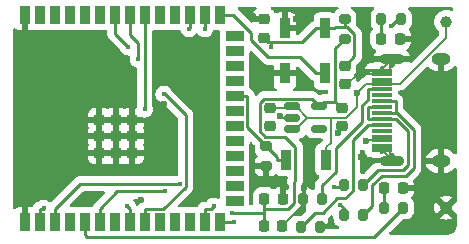
<source format=gbr>
G04 #@! TF.GenerationSoftware,KiCad,Pcbnew,(6.0.11)*
G04 #@! TF.CreationDate,2023-04-28T13:02:25+02:00*
G04 #@! TF.ProjectId,cyberticket,63796265-7274-4696-936b-65742e6b6963,rev?*
G04 #@! TF.SameCoordinates,Original*
G04 #@! TF.FileFunction,Copper,L1,Top*
G04 #@! TF.FilePolarity,Positive*
%FSLAX46Y46*%
G04 Gerber Fmt 4.6, Leading zero omitted, Abs format (unit mm)*
G04 Created by KiCad (PCBNEW (6.0.11)) date 2023-04-28 13:02:25*
%MOMM*%
%LPD*%
G01*
G04 APERTURE LIST*
G04 Aperture macros list*
%AMRoundRect*
0 Rectangle with rounded corners*
0 $1 Rounding radius*
0 $2 $3 $4 $5 $6 $7 $8 $9 X,Y pos of 4 corners*
0 Add a 4 corners polygon primitive as box body*
4,1,4,$2,$3,$4,$5,$6,$7,$8,$9,$2,$3,0*
0 Add four circle primitives for the rounded corners*
1,1,$1+$1,$2,$3*
1,1,$1+$1,$4,$5*
1,1,$1+$1,$6,$7*
1,1,$1+$1,$8,$9*
0 Add four rect primitives between the rounded corners*
20,1,$1+$1,$2,$3,$4,$5,0*
20,1,$1+$1,$4,$5,$6,$7,0*
20,1,$1+$1,$6,$7,$8,$9,0*
20,1,$1+$1,$8,$9,$2,$3,0*%
G04 Aperture macros list end*
G04 #@! TA.AperFunction,SMDPad,CuDef*
%ADD10R,0.900000X1.700000*%
G04 #@! TD*
G04 #@! TA.AperFunction,SMDPad,CuDef*
%ADD11C,1.000000*%
G04 #@! TD*
G04 #@! TA.AperFunction,SMDPad,CuDef*
%ADD12RoundRect,0.225000X0.250000X-0.225000X0.250000X0.225000X-0.250000X0.225000X-0.250000X-0.225000X0*%
G04 #@! TD*
G04 #@! TA.AperFunction,SMDPad,CuDef*
%ADD13RoundRect,0.200000X0.200000X0.275000X-0.200000X0.275000X-0.200000X-0.275000X0.200000X-0.275000X0*%
G04 #@! TD*
G04 #@! TA.AperFunction,SMDPad,CuDef*
%ADD14RoundRect,0.200000X-0.200000X-0.275000X0.200000X-0.275000X0.200000X0.275000X-0.200000X0.275000X0*%
G04 #@! TD*
G04 #@! TA.AperFunction,SMDPad,CuDef*
%ADD15RoundRect,0.218750X0.218750X0.256250X-0.218750X0.256250X-0.218750X-0.256250X0.218750X-0.256250X0*%
G04 #@! TD*
G04 #@! TA.AperFunction,SMDPad,CuDef*
%ADD16RoundRect,0.150000X-0.512500X-0.150000X0.512500X-0.150000X0.512500X0.150000X-0.512500X0.150000X0*%
G04 #@! TD*
G04 #@! TA.AperFunction,SMDPad,CuDef*
%ADD17R,0.900000X1.500000*%
G04 #@! TD*
G04 #@! TA.AperFunction,SMDPad,CuDef*
%ADD18R,1.500000X0.900000*%
G04 #@! TD*
G04 #@! TA.AperFunction,SMDPad,CuDef*
%ADD19R,0.900000X0.900000*%
G04 #@! TD*
G04 #@! TA.AperFunction,SMDPad,CuDef*
%ADD20RoundRect,0.225000X0.225000X0.250000X-0.225000X0.250000X-0.225000X-0.250000X0.225000X-0.250000X0*%
G04 #@! TD*
G04 #@! TA.AperFunction,SMDPad,CuDef*
%ADD21R,1.750000X0.300000*%
G04 #@! TD*
G04 #@! TA.AperFunction,ComponentPad*
%ADD22O,1.600000X1.000000*%
G04 #@! TD*
G04 #@! TA.AperFunction,ComponentPad*
%ADD23O,2.100000X0.900000*%
G04 #@! TD*
G04 #@! TA.AperFunction,SMDPad,CuDef*
%ADD24RoundRect,0.200000X0.275000X-0.200000X0.275000X0.200000X-0.275000X0.200000X-0.275000X-0.200000X0*%
G04 #@! TD*
G04 #@! TA.AperFunction,ViaPad*
%ADD25C,0.600000*%
G04 #@! TD*
G04 #@! TA.AperFunction,ViaPad*
%ADD26C,0.400000*%
G04 #@! TD*
G04 #@! TA.AperFunction,Conductor*
%ADD27C,0.250000*%
G04 #@! TD*
G04 #@! TA.AperFunction,Conductor*
%ADD28C,0.152400*%
G04 #@! TD*
G04 APERTURE END LIST*
D10*
X118393000Y-62992000D03*
X121793000Y-62992000D03*
D11*
X131953000Y-67056000D03*
D12*
X123376400Y-56598400D03*
X123376400Y-55048400D03*
D13*
X124924400Y-65151000D03*
X123274400Y-65151000D03*
D14*
X126467500Y-51085500D03*
X128117500Y-51085500D03*
D13*
X124924400Y-67691000D03*
X123274400Y-67691000D03*
D12*
X116518400Y-52674400D03*
X116518400Y-51124400D03*
D15*
X128257000Y-65405000D03*
X126682000Y-65405000D03*
D11*
X131953000Y-51308000D03*
D16*
X118942400Y-58490400D03*
X118942400Y-59440400D03*
X118942400Y-60390400D03*
X121217400Y-60390400D03*
X121217400Y-58490400D03*
D17*
X96276400Y-68256400D03*
X97546400Y-68256400D03*
X98816400Y-68256400D03*
X100086400Y-68256400D03*
X101356400Y-68256400D03*
X102626400Y-68256400D03*
X103896400Y-68256400D03*
X105166400Y-68256400D03*
X106436400Y-68256400D03*
X107706400Y-68256400D03*
X108976400Y-68256400D03*
X110246400Y-68256400D03*
X111516400Y-68256400D03*
X112786400Y-68256400D03*
D18*
X114036400Y-66491400D03*
X114036400Y-65221400D03*
X114036400Y-63951400D03*
X114036400Y-62681400D03*
X114036400Y-61411400D03*
X114036400Y-60141400D03*
X114036400Y-58871400D03*
X114036400Y-57601400D03*
X114036400Y-56331400D03*
X114036400Y-55061400D03*
X114036400Y-53791400D03*
X114036400Y-52521400D03*
D17*
X112786400Y-50756400D03*
X111516400Y-50756400D03*
X110246400Y-50756400D03*
X108976400Y-50756400D03*
X107706400Y-50756400D03*
X106436400Y-50756400D03*
X105166400Y-50756400D03*
X103896400Y-50756400D03*
X102626400Y-50756400D03*
X101356400Y-50756400D03*
X100086400Y-50756400D03*
X98816400Y-50756400D03*
X97546400Y-50756400D03*
X96276400Y-50756400D03*
D19*
X103996400Y-61006400D03*
X105396400Y-62406400D03*
X105396400Y-61006400D03*
X102596400Y-62406400D03*
X103996400Y-62406400D03*
X102596400Y-61006400D03*
X102596400Y-59606400D03*
X105396400Y-59606400D03*
X103996400Y-59606400D03*
D14*
X119825000Y-66294000D03*
X121475000Y-66294000D03*
D10*
X121696400Y-55696400D03*
X118296400Y-55696400D03*
D15*
X128041500Y-52736500D03*
X126466500Y-52736500D03*
D20*
X118068400Y-68650400D03*
X116518400Y-68650400D03*
D21*
X126496000Y-62151000D03*
X126496000Y-61351000D03*
X126496000Y-60051000D03*
X126496000Y-59051000D03*
X126496000Y-58551000D03*
X126496000Y-57551000D03*
X126496000Y-56251000D03*
X126496000Y-55451000D03*
X126496000Y-55751000D03*
X126496000Y-56551000D03*
X126496000Y-57051000D03*
X126496000Y-58051000D03*
X126496000Y-59551000D03*
X126496000Y-60551000D03*
X126496000Y-61051000D03*
X126496000Y-61851000D03*
D22*
X131516000Y-54481000D03*
X131516000Y-63121000D03*
D23*
X127336000Y-63121000D03*
X127336000Y-54481000D03*
D20*
X118118400Y-66294000D03*
X116568400Y-66294000D03*
D12*
X123122400Y-60167400D03*
X123122400Y-58617400D03*
X117026400Y-60167400D03*
X117026400Y-58617400D03*
D10*
X118296400Y-51886400D03*
X121696400Y-51886400D03*
D14*
X126683000Y-67056000D03*
X128333000Y-67056000D03*
D13*
X121284000Y-68707000D03*
X119634000Y-68707000D03*
D24*
X116713000Y-63499000D03*
X116713000Y-61849000D03*
X123376400Y-52774400D03*
X123376400Y-51124400D03*
D25*
X119253000Y-51054000D03*
X118364000Y-65328800D03*
X118160800Y-68890100D03*
X115570000Y-54864000D03*
X108254800Y-52679600D03*
X122809000Y-60706000D03*
X124714000Y-62738000D03*
X101447600Y-66192400D03*
X122174000Y-68173600D03*
X116967000Y-60071000D03*
X115570000Y-50800000D03*
X119888000Y-65430400D03*
X106121200Y-66446400D03*
X120142000Y-61468000D03*
X108253100Y-63709100D03*
X108026200Y-58238900D03*
X117856000Y-59309000D03*
D26*
X113834800Y-67498900D03*
X97863400Y-67101500D03*
X109383100Y-65022200D03*
X117154600Y-53440700D03*
D25*
X125164200Y-61405100D03*
X124421600Y-57378900D03*
D26*
X104936700Y-66951400D03*
X108046700Y-57441400D03*
X111516400Y-51935200D03*
X110171000Y-51907100D03*
X122445500Y-65316800D03*
X112270300Y-66913900D03*
X114003500Y-68256400D03*
X122994200Y-66810500D03*
X106436400Y-58726000D03*
X105861700Y-54485900D03*
X105014500Y-53447900D03*
X108145500Y-65683100D03*
X127316500Y-51671500D03*
D27*
X126496000Y-59051000D02*
X127605500Y-59051000D01*
X127696300Y-58960200D02*
X127742600Y-58960200D01*
X127605500Y-59051000D02*
X127696300Y-58960200D01*
X126494500Y-64346800D02*
X125696400Y-65144900D01*
X127742600Y-58960200D02*
X129224300Y-60441900D01*
X125696400Y-65144900D02*
X125696400Y-66919000D01*
X128579900Y-64346800D02*
X126494500Y-64346800D01*
X126496000Y-58051000D02*
X127696300Y-58051000D01*
X127696300Y-58051000D02*
X127696300Y-58960200D01*
X129224300Y-60441900D02*
X129224300Y-63702400D01*
X129224300Y-63702400D02*
X128579900Y-64346800D01*
X125696400Y-66919000D02*
X124924400Y-67691000D01*
D28*
X119825000Y-66294000D02*
X119825000Y-66814200D01*
X123589200Y-56598400D02*
X124460000Y-55727600D01*
X117987400Y-59440400D02*
X117856000Y-59309000D01*
X121640600Y-68707000D02*
X122174000Y-68173600D01*
X119825000Y-66814200D02*
X118068400Y-68570800D01*
X126496000Y-55751000D02*
X126496000Y-55321000D01*
X123376400Y-56598400D02*
X123589200Y-56598400D01*
X118068400Y-68570800D02*
X118068400Y-68650400D01*
X124483400Y-55751000D02*
X126496000Y-55751000D01*
X127336000Y-62991000D02*
X126496000Y-62151000D01*
X118942400Y-59440400D02*
X117987400Y-59440400D01*
X126496000Y-55321000D02*
X127336000Y-54481000D01*
X121284000Y-68707000D02*
X121640600Y-68707000D01*
X127336000Y-63121000D02*
X127336000Y-62991000D01*
X124460000Y-55727600D02*
X124483400Y-55751000D01*
D27*
X126496000Y-58551000D02*
X125295700Y-58551000D01*
X126496000Y-59551000D02*
X125295700Y-59551000D01*
X126496000Y-59551000D02*
X127696300Y-59551000D01*
X125295700Y-59551000D02*
X125295700Y-58551000D01*
X128748400Y-60603100D02*
X127696300Y-59551000D01*
X128308200Y-63896400D02*
X128748400Y-63456200D01*
X124924400Y-65151000D02*
X126179000Y-63896400D01*
X126179000Y-63896400D02*
X128308200Y-63896400D01*
X128748400Y-63456200D02*
X128748400Y-60603100D01*
X123376400Y-52774400D02*
X122575100Y-53575700D01*
X119089100Y-64880200D02*
X119089100Y-66636700D01*
X122575100Y-58070100D02*
X123122400Y-58617400D01*
X122575100Y-53575700D02*
X122575100Y-58070100D01*
X119089100Y-66636700D02*
X118571200Y-67154600D01*
X121217400Y-58490400D02*
X120556700Y-57829700D01*
X118571200Y-67154600D02*
X116568400Y-67154600D01*
X122575100Y-58070100D02*
X121637700Y-58070100D01*
X116557400Y-57829700D02*
X116197300Y-58189800D01*
X120556700Y-57829700D02*
X116557400Y-57829700D01*
X116197300Y-60592900D02*
X116637600Y-61033200D01*
X119181200Y-61936500D02*
X119181200Y-64788100D01*
X97783800Y-67181100D02*
X97546400Y-67181100D01*
X121637700Y-58070100D02*
X121217400Y-58490400D01*
X97863400Y-67101500D02*
X97783800Y-67181100D01*
X116568400Y-67154600D02*
X116568400Y-67448900D01*
X119181200Y-64788100D02*
X119089100Y-64880200D01*
X116518400Y-67498900D02*
X116518400Y-68650400D01*
X118277900Y-61033200D02*
X119181200Y-61936500D01*
X116568400Y-67448900D02*
X116518400Y-67498900D01*
X116637600Y-61033200D02*
X118277900Y-61033200D01*
X116197300Y-58189800D02*
X116197300Y-60592900D01*
X116568400Y-66294000D02*
X116568400Y-67154600D01*
X116518400Y-67498900D02*
X113834800Y-67498900D01*
X97546400Y-68256400D02*
X97546400Y-67181100D01*
X116518400Y-52674400D02*
X116910900Y-53066900D01*
X124177600Y-54247200D02*
X123376400Y-55048400D01*
X117154600Y-53066900D02*
X119740600Y-53066900D01*
X121696400Y-51886400D02*
X120921100Y-51886400D01*
X121696400Y-51886400D02*
X122471700Y-51886400D01*
X117154600Y-53066900D02*
X117154600Y-53440700D01*
X100975300Y-65022200D02*
X98816400Y-67181100D01*
X122636100Y-51722000D02*
X123376400Y-51722000D01*
X116910900Y-53066900D02*
X117154600Y-53066900D01*
X109383100Y-65022200D02*
X100975300Y-65022200D01*
X123376400Y-51124400D02*
X123376400Y-51722000D01*
X123545300Y-51722000D02*
X124177600Y-52354300D01*
X119740600Y-53066900D02*
X120921100Y-51886400D01*
X98816400Y-68256400D02*
X98816400Y-67181100D01*
X124177600Y-52354300D02*
X124177600Y-54247200D01*
X122471700Y-51886400D02*
X122636100Y-51722000D01*
X123376400Y-51722000D02*
X123545300Y-51722000D01*
D28*
X124421600Y-58509300D02*
X123476500Y-59454400D01*
X122163700Y-61542400D02*
X121793000Y-61913100D01*
X124421600Y-57321000D02*
X125191600Y-56551000D01*
X131953000Y-52663100D02*
X128065100Y-56551000D01*
X123476500Y-59454400D02*
X122163700Y-59454400D01*
X125218300Y-61351000D02*
X126496000Y-61351000D01*
X128065100Y-56551000D02*
X126496000Y-56551000D01*
X125191600Y-56551000D02*
X126496000Y-56551000D01*
X126496000Y-61051000D02*
X126496000Y-61351000D01*
X118942400Y-58490400D02*
X119221300Y-58490400D01*
X126496000Y-56551000D02*
X126496000Y-56251000D01*
X119221300Y-58490400D02*
X120185300Y-59454400D01*
X119249300Y-60390400D02*
X118942400Y-60390400D01*
X125164200Y-61405100D02*
X125218300Y-61351000D01*
X122163700Y-59454400D02*
X122163700Y-61542400D01*
X131953000Y-51308000D02*
X131953000Y-52663100D01*
X124421600Y-57378900D02*
X124421600Y-58509300D01*
X120185300Y-59454400D02*
X122163700Y-59454400D01*
X120185300Y-59454400D02*
X119249300Y-60390400D01*
X118815400Y-58617400D02*
X118942400Y-58490400D01*
X117026400Y-58617400D02*
X118815400Y-58617400D01*
X124421600Y-57378900D02*
X124421600Y-57321000D01*
X121793000Y-62992000D02*
X121793000Y-61913100D01*
D27*
X105166400Y-68256400D02*
X105166400Y-67181100D01*
X105166400Y-67181100D02*
X104936700Y-66951400D01*
X108121200Y-57441400D02*
X108046700Y-57441400D01*
X106436400Y-68256400D02*
X106436400Y-67181100D01*
X109921200Y-59241400D02*
X108121200Y-57441400D01*
X109921200Y-65269600D02*
X109921200Y-59241400D01*
X106436400Y-67181100D02*
X108009700Y-67181100D01*
X108009700Y-67181100D02*
X109921200Y-65269600D01*
X120921100Y-55696400D02*
X119563400Y-54338700D01*
X119563400Y-54338700D02*
X116910900Y-54338700D01*
X115430400Y-52249900D02*
X113936900Y-50756400D01*
X115430400Y-52858200D02*
X115430400Y-52249900D01*
X121696400Y-55696400D02*
X120921100Y-55696400D01*
X116910900Y-54338700D02*
X115430400Y-52858200D01*
X113936900Y-50756400D02*
X112786400Y-50756400D01*
X101539300Y-69514600D02*
X101356400Y-69331700D01*
X128333000Y-67056000D02*
X125874400Y-69514600D01*
X101356400Y-68256400D02*
X101356400Y-69331700D01*
X125874400Y-69514600D02*
X101539300Y-69514600D01*
X111516400Y-51935200D02*
X111516400Y-50756400D01*
X110246400Y-50756400D02*
X110246400Y-51831700D01*
X110171000Y-51907100D02*
X110246400Y-51831700D01*
X111516400Y-68256400D02*
X111516400Y-67181100D01*
X122445500Y-65316800D02*
X123108600Y-65316800D01*
X123108600Y-65316800D02*
X123274400Y-65151000D01*
X111516400Y-67181100D02*
X112003100Y-67181100D01*
X112003100Y-67181100D02*
X112270300Y-66913900D01*
X122994200Y-66810500D02*
X123274400Y-67090700D01*
X112786400Y-68256400D02*
X114003500Y-68256400D01*
X123274400Y-67090700D02*
X123274400Y-67691000D01*
X106436400Y-58726000D02*
X106436400Y-50756400D01*
X105861700Y-54485900D02*
X105861700Y-53123200D01*
X105861700Y-53123200D02*
X105166400Y-52427900D01*
X105166400Y-52427900D02*
X105166400Y-50756400D01*
X103896400Y-50756400D02*
X103896400Y-51831700D01*
X103896400Y-51831700D02*
X103896400Y-52329800D01*
X103896400Y-52329800D02*
X105014500Y-53447900D01*
X126683000Y-67056000D02*
X126683000Y-65406000D01*
X126683000Y-65406000D02*
X126682000Y-65405000D01*
X126467500Y-52735500D02*
X126467500Y-51085500D01*
X126466500Y-52736500D02*
X126467500Y-52735500D01*
X102626400Y-68256400D02*
X102626400Y-67181100D01*
X128117500Y-51085500D02*
X127902500Y-51085500D01*
X104124400Y-65683100D02*
X108145500Y-65683100D01*
X102626400Y-67181100D02*
X104124400Y-65683100D01*
X127902500Y-51085500D02*
X127316500Y-51671500D01*
X114036400Y-57601400D02*
X115111700Y-57601400D01*
X118393000Y-62992000D02*
X117617700Y-62992000D01*
X117617700Y-62992000D02*
X117617700Y-62753700D01*
X117617700Y-62753700D02*
X116713000Y-61849000D01*
X115111700Y-57601400D02*
X115111700Y-60247700D01*
X115111700Y-60247700D02*
X116713000Y-61849000D01*
X121494100Y-67495600D02*
X122726300Y-66263400D01*
X122726300Y-66263400D02*
X123412900Y-66263400D01*
X119634000Y-68707000D02*
X120845400Y-67495600D01*
X124024600Y-61322100D02*
X125295700Y-60051000D01*
X123412900Y-66263400D02*
X124024600Y-65651700D01*
X120845400Y-67495600D02*
X121494100Y-67495600D01*
X124024600Y-65651700D02*
X124024600Y-61322100D01*
X126496000Y-60051000D02*
X125295700Y-60051000D01*
X121475000Y-65144000D02*
X121475000Y-66294000D01*
X125295700Y-57914100D02*
X124845300Y-58364500D01*
X126496000Y-57051000D02*
X125295700Y-57051000D01*
X124845300Y-59781700D02*
X122612100Y-62014900D01*
X124845300Y-58364500D02*
X124845300Y-59781700D01*
X122612100Y-64006900D02*
X121475000Y-65144000D01*
X125295700Y-57051000D02*
X125295700Y-57914100D01*
X122612100Y-62014900D02*
X122612100Y-64006900D01*
G04 #@! TA.AperFunction,Conductor*
G36*
X131712121Y-54247002D02*
G01*
X131758614Y-54300658D01*
X131770000Y-54353000D01*
X131770000Y-55470885D01*
X131774475Y-55486124D01*
X131775865Y-55487329D01*
X131783548Y-55489000D01*
X131862657Y-55489000D01*
X131868805Y-55488699D01*
X132006603Y-55475188D01*
X132018638Y-55472805D01*
X132196076Y-55419233D01*
X132207416Y-55414559D01*
X132371077Y-55327540D01*
X132381294Y-55320751D01*
X132524933Y-55203603D01*
X132533632Y-55194963D01*
X132618415Y-55092479D01*
X132677249Y-55052741D01*
X132748227Y-55051119D01*
X132808815Y-55088129D01*
X132839775Y-55152019D01*
X132841500Y-55172795D01*
X132841500Y-62429928D01*
X132821498Y-62498049D01*
X132767842Y-62544542D01*
X132697568Y-62554646D01*
X132632988Y-62525152D01*
X132617303Y-62508880D01*
X132543532Y-62417127D01*
X132534954Y-62408368D01*
X132392961Y-62289222D01*
X132382841Y-62282292D01*
X132220415Y-62192998D01*
X132209142Y-62188166D01*
X132032462Y-62132120D01*
X132020468Y-62129570D01*
X131876239Y-62113393D01*
X131869215Y-62113000D01*
X131788115Y-62113000D01*
X131772876Y-62117475D01*
X131771671Y-62118865D01*
X131770000Y-62126548D01*
X131770000Y-64110885D01*
X131774475Y-64126124D01*
X131775865Y-64127329D01*
X131783548Y-64129000D01*
X131862657Y-64129000D01*
X131868805Y-64128699D01*
X132006603Y-64115188D01*
X132018638Y-64112805D01*
X132196076Y-64059233D01*
X132207416Y-64054559D01*
X132371077Y-63967540D01*
X132381294Y-63960751D01*
X132524933Y-63843603D01*
X132533632Y-63834963D01*
X132618415Y-63732479D01*
X132677249Y-63692741D01*
X132748227Y-63691119D01*
X132808815Y-63728129D01*
X132839775Y-63792019D01*
X132841500Y-63812795D01*
X132841500Y-66474520D01*
X132821498Y-66542641D01*
X132804595Y-66563615D01*
X132325022Y-67043188D01*
X132317408Y-67057132D01*
X132317539Y-67058965D01*
X132321790Y-67065580D01*
X132804595Y-67548385D01*
X132838621Y-67610697D01*
X132841500Y-67637480D01*
X132841500Y-68530633D01*
X132840000Y-68550018D01*
X132836309Y-68573724D01*
X132837473Y-68582626D01*
X132837750Y-68584746D01*
X132838207Y-68613431D01*
X132832192Y-68674500D01*
X132828084Y-68716212D01*
X132823267Y-68740432D01*
X132787134Y-68859546D01*
X132777685Y-68882355D01*
X132719013Y-68992124D01*
X132705295Y-69012655D01*
X132626329Y-69108876D01*
X132608876Y-69126329D01*
X132512655Y-69205295D01*
X132492124Y-69219013D01*
X132382355Y-69277685D01*
X132359546Y-69287134D01*
X132240432Y-69323267D01*
X132216211Y-69328084D01*
X132120191Y-69337541D01*
X132104132Y-69337091D01*
X132104123Y-69337800D01*
X132095147Y-69337690D01*
X132086276Y-69336309D01*
X132077374Y-69337473D01*
X132077372Y-69337473D01*
X132064856Y-69339110D01*
X132054714Y-69340436D01*
X132038379Y-69341500D01*
X127247594Y-69341500D01*
X127179473Y-69321498D01*
X127132980Y-69267842D01*
X127122876Y-69197568D01*
X127152370Y-69132988D01*
X127158499Y-69126405D01*
X128208499Y-68076405D01*
X128270811Y-68042379D01*
X128297594Y-68039500D01*
X128571614Y-68039499D01*
X128589634Y-68039499D01*
X128592492Y-68039236D01*
X128592501Y-68039236D01*
X128631823Y-68035623D01*
X128663062Y-68032753D01*
X128685654Y-68025673D01*
X128819450Y-67983744D01*
X128819452Y-67983743D01*
X128826699Y-67981472D01*
X128919728Y-67925132D01*
X131448698Y-67925132D01*
X131453607Y-67931690D01*
X131542118Y-67981157D01*
X131553357Y-67986067D01*
X131729641Y-68043345D01*
X131741615Y-68045978D01*
X131925676Y-68067926D01*
X131937925Y-68068183D01*
X132122742Y-68053962D01*
X132134822Y-68051831D01*
X132313345Y-68001986D01*
X132324778Y-67997552D01*
X132448507Y-67935052D01*
X132458791Y-67925407D01*
X132456553Y-67918763D01*
X131965812Y-67428022D01*
X131951868Y-67420408D01*
X131950035Y-67420539D01*
X131943420Y-67424790D01*
X131455458Y-67912752D01*
X131448698Y-67925132D01*
X128919728Y-67925132D01*
X128973381Y-67892639D01*
X129094639Y-67771381D01*
X129183472Y-67624699D01*
X129203288Y-67561468D01*
X129207387Y-67548385D01*
X129234753Y-67461062D01*
X129241500Y-67387635D01*
X129241499Y-67048002D01*
X130940738Y-67048002D01*
X130956248Y-67232705D01*
X130958461Y-67244764D01*
X131009554Y-67422945D01*
X131014066Y-67434342D01*
X131074148Y-67551250D01*
X131083865Y-67561468D01*
X131090666Y-67559124D01*
X131580978Y-67068812D01*
X131588592Y-67054868D01*
X131588461Y-67053035D01*
X131584210Y-67046420D01*
X131096121Y-66558331D01*
X131083741Y-66551571D01*
X131077353Y-66556353D01*
X131024997Y-66651586D01*
X131020166Y-66662858D01*
X130964120Y-66839538D01*
X130961570Y-66851532D01*
X130940909Y-67035733D01*
X130940738Y-67048002D01*
X129241499Y-67048002D01*
X129241499Y-66724366D01*
X129240798Y-66716730D01*
X129237974Y-66685996D01*
X129234753Y-66650938D01*
X129214397Y-66585982D01*
X129185744Y-66494550D01*
X129185743Y-66494548D01*
X129183472Y-66487301D01*
X129094639Y-66340619D01*
X129048461Y-66294441D01*
X129014435Y-66232129D01*
X129017656Y-66187101D01*
X131447820Y-66187101D01*
X131450274Y-66194064D01*
X131940188Y-66683978D01*
X131954132Y-66691592D01*
X131955965Y-66691461D01*
X131962580Y-66687210D01*
X132450834Y-66198956D01*
X132457594Y-66186576D01*
X132452935Y-66180353D01*
X132350924Y-66125196D01*
X132339619Y-66120444D01*
X132162554Y-66065633D01*
X132150541Y-66063167D01*
X131966199Y-66043792D01*
X131953931Y-66043707D01*
X131769345Y-66060505D01*
X131757296Y-66062803D01*
X131579483Y-66115137D01*
X131568108Y-66119732D01*
X131457969Y-66177312D01*
X131447820Y-66187101D01*
X129017656Y-66187101D01*
X129019500Y-66161314D01*
X129041676Y-66126784D01*
X129040260Y-66125666D01*
X129053810Y-66108509D01*
X129135053Y-65976709D01*
X129141197Y-65963532D01*
X129190079Y-65816157D01*
X129192945Y-65802790D01*
X129202173Y-65712720D01*
X129202500Y-65706315D01*
X129202500Y-65677115D01*
X129198025Y-65661876D01*
X129196635Y-65660671D01*
X129188952Y-65659000D01*
X128129000Y-65659000D01*
X128060879Y-65638998D01*
X128014386Y-65585342D01*
X128003000Y-65533000D01*
X128003000Y-65277000D01*
X128023002Y-65208879D01*
X128076658Y-65162386D01*
X128129000Y-65151000D01*
X129184385Y-65151000D01*
X129199624Y-65146525D01*
X129200829Y-65145135D01*
X129202500Y-65137452D01*
X129202500Y-65103734D01*
X129202163Y-65097218D01*
X129192696Y-65005979D01*
X129189803Y-64992583D01*
X129140670Y-64845313D01*
X129134497Y-64832136D01*
X129131941Y-64828005D01*
X129113106Y-64759553D01*
X129134270Y-64691784D01*
X129149993Y-64672611D01*
X129616547Y-64206057D01*
X129624837Y-64198513D01*
X129631318Y-64194400D01*
X129677959Y-64144732D01*
X129680713Y-64141891D01*
X129700434Y-64122170D01*
X129702912Y-64118975D01*
X129710618Y-64109953D01*
X129735458Y-64083501D01*
X129740886Y-64077721D01*
X129750646Y-64059968D01*
X129761499Y-64043445D01*
X129769053Y-64033706D01*
X129773913Y-64027441D01*
X129791476Y-63986857D01*
X129796683Y-63976227D01*
X129817995Y-63937460D01*
X129819966Y-63929783D01*
X129819968Y-63929778D01*
X129823032Y-63917842D01*
X129829438Y-63899130D01*
X129834333Y-63887819D01*
X129837481Y-63880545D01*
X129838721Y-63872717D01*
X129838723Y-63872710D01*
X129844399Y-63836876D01*
X129846805Y-63825256D01*
X129855828Y-63790111D01*
X129855828Y-63790110D01*
X129857800Y-63782430D01*
X129857800Y-63762176D01*
X129859351Y-63742465D01*
X129861280Y-63730286D01*
X129862520Y-63722457D01*
X129858359Y-63678438D01*
X129857800Y-63666581D01*
X129857800Y-63386768D01*
X130243425Y-63386768D01*
X130275138Y-63494521D01*
X130279731Y-63505889D01*
X130365607Y-63670154D01*
X130372321Y-63680415D01*
X130488468Y-63824873D01*
X130497046Y-63833632D01*
X130639039Y-63952778D01*
X130649159Y-63959708D01*
X130811585Y-64049002D01*
X130822858Y-64053834D01*
X130999538Y-64109880D01*
X131011532Y-64112430D01*
X131155761Y-64128607D01*
X131162785Y-64129000D01*
X131243885Y-64129000D01*
X131259124Y-64124525D01*
X131260329Y-64123135D01*
X131262000Y-64115452D01*
X131262000Y-63393115D01*
X131257525Y-63377876D01*
X131256135Y-63376671D01*
X131248452Y-63375000D01*
X130258076Y-63375000D01*
X130244545Y-63378973D01*
X130243425Y-63386768D01*
X129857800Y-63386768D01*
X129857800Y-62863795D01*
X130244544Y-62863795D01*
X130251299Y-62867000D01*
X131243885Y-62867000D01*
X131259124Y-62862525D01*
X131260329Y-62861135D01*
X131262000Y-62853452D01*
X131262000Y-62131115D01*
X131257525Y-62115876D01*
X131256135Y-62114671D01*
X131248452Y-62113000D01*
X131169343Y-62113000D01*
X131163195Y-62113301D01*
X131025397Y-62126812D01*
X131013362Y-62129195D01*
X130835924Y-62182767D01*
X130824584Y-62187441D01*
X130660923Y-62274460D01*
X130650706Y-62281249D01*
X130507067Y-62398397D01*
X130498363Y-62407041D01*
X130380216Y-62549856D01*
X130373356Y-62560027D01*
X130285196Y-62723076D01*
X130280444Y-62734381D01*
X130244750Y-62849692D01*
X130244544Y-62863795D01*
X129857800Y-62863795D01*
X129857800Y-60520667D01*
X129858327Y-60509484D01*
X129860002Y-60501991D01*
X129857862Y-60433914D01*
X129857800Y-60429955D01*
X129857800Y-60402044D01*
X129857295Y-60398044D01*
X129856362Y-60386201D01*
X129855222Y-60349929D01*
X129854973Y-60342010D01*
X129849322Y-60322558D01*
X129845314Y-60303206D01*
X129843767Y-60290963D01*
X129842774Y-60283103D01*
X129839856Y-60275732D01*
X129826500Y-60241997D01*
X129822655Y-60230770D01*
X129822021Y-60228587D01*
X129810318Y-60188307D01*
X129806284Y-60181485D01*
X129806281Y-60181479D01*
X129800006Y-60170868D01*
X129791310Y-60153118D01*
X129786772Y-60141656D01*
X129786769Y-60141651D01*
X129783852Y-60134283D01*
X129757873Y-60098525D01*
X129751357Y-60088607D01*
X129732875Y-60057357D01*
X129728842Y-60050537D01*
X129714518Y-60036213D01*
X129701676Y-60021178D01*
X129689772Y-60004793D01*
X129655706Y-59976611D01*
X129646927Y-59968622D01*
X128366705Y-58688400D01*
X128332679Y-58626088D01*
X128329800Y-58599305D01*
X128329800Y-58122793D01*
X128332032Y-58099184D01*
X128332090Y-58098881D01*
X128332090Y-58098877D01*
X128333575Y-58091094D01*
X128330049Y-58035049D01*
X128329800Y-58027138D01*
X128329800Y-58011144D01*
X128327794Y-57995270D01*
X128327051Y-57987402D01*
X128324023Y-57939263D01*
X128324023Y-57939262D01*
X128323525Y-57931350D01*
X128320979Y-57923513D01*
X128315806Y-57900369D01*
X128315768Y-57900065D01*
X128315767Y-57900060D01*
X128314774Y-57892203D01*
X128311858Y-57884838D01*
X128311857Y-57884834D01*
X128294101Y-57839989D01*
X128291429Y-57832570D01*
X128274064Y-57779125D01*
X128269814Y-57772428D01*
X128269650Y-57772169D01*
X128258885Y-57751042D01*
X128258771Y-57750754D01*
X128258768Y-57750749D01*
X128255852Y-57743383D01*
X128251196Y-57736975D01*
X128251193Y-57736969D01*
X128222842Y-57697948D01*
X128218392Y-57691401D01*
X128188300Y-57643982D01*
X128182293Y-57638341D01*
X128166612Y-57620554D01*
X128166434Y-57620309D01*
X128166432Y-57620307D01*
X128161772Y-57613893D01*
X128141141Y-57596825D01*
X128118504Y-57578097D01*
X128112570Y-57572866D01*
X128077402Y-57539842D01*
X128077399Y-57539840D01*
X128071621Y-57534414D01*
X128064397Y-57530442D01*
X128044794Y-57517119D01*
X128044554Y-57516920D01*
X128044547Y-57516916D01*
X128038444Y-57511867D01*
X127998900Y-57493259D01*
X127987624Y-57487953D01*
X127980571Y-57484359D01*
X127944799Y-57464693D01*
X127894740Y-57414348D01*
X127880854Y-57359618D01*
X127879684Y-57359681D01*
X127879500Y-57356282D01*
X127879500Y-57352866D01*
X127875344Y-57314606D01*
X127875344Y-57287393D01*
X127877535Y-57267228D01*
X127879500Y-57249134D01*
X127880990Y-57249296D01*
X127902633Y-57187984D01*
X127958709Y-57144440D01*
X128004819Y-57135700D01*
X128018522Y-57135700D01*
X128034969Y-57136778D01*
X128065100Y-57140745D01*
X128103419Y-57135700D01*
X128103424Y-57135700D01*
X128209549Y-57121728D01*
X128217737Y-57120650D01*
X128318313Y-57078990D01*
X128359973Y-57061734D01*
X128418091Y-57017138D01*
X128482113Y-56968013D01*
X128487139Y-56961463D01*
X128487143Y-56961459D01*
X128500623Y-56943891D01*
X128511491Y-56931499D01*
X130286506Y-55156484D01*
X130348818Y-55122458D01*
X130419633Y-55127523D01*
X130473799Y-55166628D01*
X130488469Y-55184875D01*
X130497046Y-55193632D01*
X130639039Y-55312778D01*
X130649159Y-55319708D01*
X130811585Y-55409002D01*
X130822858Y-55413834D01*
X130999538Y-55469880D01*
X131011532Y-55472430D01*
X131155761Y-55488607D01*
X131162785Y-55489000D01*
X131243885Y-55489000D01*
X131259124Y-55484525D01*
X131260329Y-55483135D01*
X131262000Y-55475452D01*
X131262000Y-54353000D01*
X131282002Y-54284879D01*
X131335658Y-54238386D01*
X131388000Y-54227000D01*
X131644000Y-54227000D01*
X131712121Y-54247002D01*
G37*
G04 #@! TD.AperFunction*
G04 #@! TA.AperFunction,Conductor*
G36*
X122386773Y-68216321D02*
G01*
X122422843Y-68260356D01*
X122423928Y-68259699D01*
X122512761Y-68406381D01*
X122634019Y-68527639D01*
X122780701Y-68616472D01*
X122787948Y-68618743D01*
X122787950Y-68618744D01*
X122839396Y-68634866D01*
X122898418Y-68674324D01*
X122926738Y-68739427D01*
X122915365Y-68809507D01*
X122867909Y-68862313D01*
X122801717Y-68881100D01*
X121156000Y-68881100D01*
X121087879Y-68861098D01*
X121041386Y-68807442D01*
X121030000Y-68755100D01*
X121030000Y-68579000D01*
X121050002Y-68510879D01*
X121103658Y-68464386D01*
X121156000Y-68453000D01*
X122173884Y-68453000D01*
X122189123Y-68448525D01*
X122190328Y-68447135D01*
X122191999Y-68439452D01*
X122191999Y-68378295D01*
X122191735Y-68372527D01*
X122187848Y-68330225D01*
X122201533Y-68260560D01*
X122250709Y-68209352D01*
X122319764Y-68192861D01*
X122386773Y-68216321D01*
G37*
G04 #@! TD.AperFunction*
G04 #@! TA.AperFunction,Conductor*
G36*
X96472521Y-50522402D02*
G01*
X96519014Y-50576058D01*
X96530400Y-50628400D01*
X96530400Y-51996284D01*
X96534875Y-52011523D01*
X96536265Y-52012728D01*
X96543948Y-52014399D01*
X96771069Y-52014399D01*
X96777890Y-52014029D01*
X96828752Y-52008505D01*
X96844000Y-52004880D01*
X96866457Y-51996461D01*
X96937264Y-51991278D01*
X96954910Y-51996458D01*
X96986084Y-52008145D01*
X97048266Y-52014900D01*
X98044534Y-52014900D01*
X98106716Y-52008145D01*
X98137171Y-51996728D01*
X98207977Y-51991545D01*
X98225624Y-51996726D01*
X98256084Y-52008145D01*
X98318266Y-52014900D01*
X99314534Y-52014900D01*
X99376716Y-52008145D01*
X99407171Y-51996728D01*
X99477977Y-51991545D01*
X99495624Y-51996726D01*
X99526084Y-52008145D01*
X99588266Y-52014900D01*
X100584534Y-52014900D01*
X100646716Y-52008145D01*
X100677171Y-51996728D01*
X100747977Y-51991545D01*
X100765624Y-51996726D01*
X100796084Y-52008145D01*
X100858266Y-52014900D01*
X101854534Y-52014900D01*
X101916716Y-52008145D01*
X101947171Y-51996728D01*
X102017977Y-51991545D01*
X102035624Y-51996726D01*
X102066084Y-52008145D01*
X102128266Y-52014900D01*
X103124534Y-52014900D01*
X103127920Y-52014532D01*
X103130083Y-52014415D01*
X103199186Y-52030702D01*
X103248514Y-52081764D01*
X103262900Y-52140230D01*
X103262900Y-52251033D01*
X103262373Y-52262216D01*
X103260698Y-52269709D01*
X103260947Y-52277635D01*
X103260947Y-52277636D01*
X103262838Y-52337786D01*
X103262900Y-52341745D01*
X103262900Y-52369656D01*
X103263397Y-52373590D01*
X103263397Y-52373591D01*
X103263405Y-52373656D01*
X103264338Y-52385493D01*
X103265727Y-52429689D01*
X103271378Y-52449139D01*
X103275387Y-52468500D01*
X103277926Y-52488597D01*
X103280845Y-52495968D01*
X103280845Y-52495970D01*
X103294204Y-52529712D01*
X103298049Y-52540942D01*
X103308001Y-52575198D01*
X103310382Y-52583393D01*
X103314415Y-52590212D01*
X103314417Y-52590217D01*
X103320693Y-52600828D01*
X103329388Y-52618576D01*
X103336848Y-52637417D01*
X103341510Y-52643833D01*
X103341510Y-52643834D01*
X103362836Y-52673187D01*
X103369352Y-52683107D01*
X103391858Y-52721162D01*
X103406179Y-52735483D01*
X103419019Y-52750516D01*
X103430928Y-52766907D01*
X103437034Y-52771958D01*
X103465005Y-52795098D01*
X103473784Y-52803088D01*
X104321960Y-53651264D01*
X104351191Y-53697058D01*
X104375973Y-53764779D01*
X104375975Y-53764783D01*
X104378585Y-53771915D01*
X104382822Y-53778221D01*
X104382824Y-53778224D01*
X104423062Y-53838104D01*
X104474230Y-53914249D01*
X104601065Y-54029660D01*
X104751768Y-54111485D01*
X104917639Y-54155001D01*
X105049761Y-54157076D01*
X105117559Y-54178145D01*
X105163203Y-54232524D01*
X105172203Y-54302948D01*
X105171810Y-54304839D01*
X105170418Y-54308409D01*
X105160772Y-54381676D01*
X105150114Y-54462638D01*
X105148035Y-54478426D01*
X105154842Y-54540079D01*
X105161025Y-54596083D01*
X105166853Y-54648875D01*
X105169462Y-54656006D01*
X105169463Y-54656008D01*
X105192502Y-54718964D01*
X105225785Y-54809915D01*
X105230022Y-54816221D01*
X105230024Y-54816224D01*
X105256273Y-54855286D01*
X105321430Y-54952249D01*
X105448265Y-55067660D01*
X105598968Y-55149485D01*
X105663943Y-55166531D01*
X105708874Y-55178319D01*
X105769689Y-55214953D01*
X105801044Y-55278651D01*
X105802900Y-55300195D01*
X105802900Y-58376612D01*
X105794293Y-58422382D01*
X105745118Y-58548509D01*
X105744126Y-58556044D01*
X105742459Y-58562537D01*
X105706146Y-58623544D01*
X105655914Y-58652100D01*
X105653276Y-58652875D01*
X105652071Y-58654265D01*
X105650400Y-58661948D01*
X105650400Y-59334285D01*
X105654875Y-59349524D01*
X105656265Y-59350729D01*
X105663948Y-59352400D01*
X106073182Y-59352400D01*
X106133303Y-59367669D01*
X106173668Y-59389585D01*
X106339539Y-59433101D01*
X106426986Y-59434474D01*
X106503403Y-59435675D01*
X106503406Y-59435675D01*
X106511002Y-59435794D01*
X106518406Y-59434098D01*
X106518408Y-59434098D01*
X106581246Y-59419706D01*
X106678159Y-59397510D01*
X106831358Y-59320459D01*
X106837129Y-59315530D01*
X106837132Y-59315528D01*
X106955978Y-59214023D01*
X106961755Y-59209089D01*
X107061824Y-59069830D01*
X107125785Y-58910720D01*
X107140932Y-58804293D01*
X107149366Y-58745031D01*
X107149366Y-58745027D01*
X107149947Y-58740947D01*
X107150104Y-58726000D01*
X107145554Y-58688400D01*
X107130415Y-58563299D01*
X107130414Y-58563296D01*
X107129502Y-58555758D01*
X107078034Y-58419551D01*
X107069900Y-58375013D01*
X107069900Y-52140230D01*
X107089902Y-52072109D01*
X107143558Y-52025616D01*
X107202717Y-52014415D01*
X107204880Y-52014532D01*
X107208266Y-52014900D01*
X108204534Y-52014900D01*
X108266716Y-52008145D01*
X108297171Y-51996728D01*
X108367977Y-51991545D01*
X108385624Y-51996726D01*
X108416084Y-52008145D01*
X108478266Y-52014900D01*
X109367899Y-52014900D01*
X109436020Y-52034902D01*
X109482513Y-52088558D01*
X109486225Y-52097599D01*
X109496024Y-52124376D01*
X109535085Y-52231115D01*
X109539322Y-52237421D01*
X109539324Y-52237424D01*
X109566346Y-52277636D01*
X109630730Y-52373449D01*
X109757565Y-52488860D01*
X109908268Y-52570685D01*
X110074139Y-52614201D01*
X110161586Y-52615574D01*
X110238003Y-52616775D01*
X110238006Y-52616775D01*
X110245602Y-52616894D01*
X110253006Y-52615198D01*
X110253008Y-52615198D01*
X110340489Y-52595162D01*
X110412759Y-52578610D01*
X110565958Y-52501559D01*
X110571729Y-52496630D01*
X110571732Y-52496628D01*
X110690578Y-52395123D01*
X110696355Y-52390189D01*
X110731196Y-52341703D01*
X110787191Y-52298056D01*
X110857894Y-52291610D01*
X110920858Y-52324413D01*
X110938098Y-52344952D01*
X110976130Y-52401549D01*
X111007970Y-52430521D01*
X111086040Y-52501559D01*
X111102965Y-52516960D01*
X111253668Y-52598785D01*
X111419539Y-52642301D01*
X111506986Y-52643674D01*
X111583403Y-52644875D01*
X111583406Y-52644875D01*
X111591002Y-52644994D01*
X111598406Y-52643298D01*
X111598408Y-52643298D01*
X111713693Y-52616894D01*
X111758159Y-52606710D01*
X111911358Y-52529659D01*
X111917129Y-52524730D01*
X111917132Y-52524728D01*
X112035978Y-52423223D01*
X112041755Y-52418289D01*
X112119204Y-52310509D01*
X112137392Y-52285198D01*
X112137393Y-52285197D01*
X112141824Y-52279030D01*
X112159541Y-52234958D01*
X112202952Y-52126968D01*
X112202952Y-52126966D01*
X112205785Y-52119920D01*
X112206856Y-52112396D01*
X112207955Y-52108293D01*
X112244905Y-52047669D01*
X112308764Y-52016645D01*
X112329663Y-52014900D01*
X112651900Y-52014900D01*
X112720021Y-52034902D01*
X112766514Y-52088558D01*
X112777900Y-52140900D01*
X112777900Y-53019534D01*
X112784655Y-53081716D01*
X112796072Y-53112171D01*
X112801255Y-53182977D01*
X112796074Y-53200624D01*
X112784655Y-53231084D01*
X112777900Y-53293266D01*
X112777900Y-54289534D01*
X112784655Y-54351716D01*
X112796072Y-54382171D01*
X112801255Y-54452977D01*
X112796074Y-54470624D01*
X112784655Y-54501084D01*
X112777900Y-54563266D01*
X112777900Y-55559534D01*
X112784655Y-55621716D01*
X112796072Y-55652171D01*
X112801255Y-55722977D01*
X112796074Y-55740624D01*
X112784655Y-55771084D01*
X112777900Y-55833266D01*
X112777900Y-56829534D01*
X112784655Y-56891716D01*
X112796072Y-56922171D01*
X112801255Y-56992977D01*
X112796074Y-57010624D01*
X112784655Y-57041084D01*
X112777900Y-57103266D01*
X112777900Y-58099534D01*
X112784655Y-58161716D01*
X112796072Y-58192171D01*
X112801255Y-58262977D01*
X112796074Y-58280624D01*
X112784655Y-58311084D01*
X112777900Y-58373266D01*
X112777900Y-59369534D01*
X112784655Y-59431716D01*
X112796072Y-59462171D01*
X112801255Y-59532977D01*
X112796074Y-59550624D01*
X112784655Y-59581084D01*
X112777900Y-59643266D01*
X112777900Y-60639534D01*
X112784655Y-60701716D01*
X112796072Y-60732171D01*
X112801255Y-60802977D01*
X112796074Y-60820624D01*
X112784655Y-60851084D01*
X112777900Y-60913266D01*
X112777900Y-61909534D01*
X112784655Y-61971716D01*
X112796072Y-62002171D01*
X112801255Y-62072977D01*
X112796074Y-62090624D01*
X112784655Y-62121084D01*
X112777900Y-62183266D01*
X112777900Y-63179534D01*
X112784655Y-63241716D01*
X112796072Y-63272171D01*
X112801255Y-63342977D01*
X112796074Y-63360624D01*
X112784655Y-63391084D01*
X112777900Y-63453266D01*
X112777900Y-64449534D01*
X112784655Y-64511716D01*
X112796072Y-64542171D01*
X112801255Y-64612977D01*
X112796074Y-64630624D01*
X112784655Y-64661084D01*
X112777900Y-64723266D01*
X112777900Y-65719534D01*
X112784655Y-65781716D01*
X112796072Y-65812171D01*
X112801255Y-65882977D01*
X112796074Y-65900624D01*
X112784655Y-65931084D01*
X112777900Y-65993266D01*
X112777900Y-66171653D01*
X112757898Y-66239774D01*
X112704242Y-66286267D01*
X112633968Y-66296371D01*
X112592941Y-66283007D01*
X112532781Y-66251154D01*
X112532782Y-66251154D01*
X112526069Y-66247600D01*
X112508496Y-66243186D01*
X112367122Y-66207675D01*
X112367118Y-66207675D01*
X112359751Y-66205824D01*
X112352152Y-66205784D01*
X112352150Y-66205784D01*
X112280694Y-66205410D01*
X112188269Y-66204926D01*
X112180889Y-66206698D01*
X112180887Y-66206698D01*
X112028902Y-66243186D01*
X112028898Y-66243187D01*
X112021523Y-66244958D01*
X111869139Y-66323609D01*
X111863420Y-66328598D01*
X111856322Y-66334790D01*
X111739915Y-66436339D01*
X111735548Y-66442553D01*
X111699354Y-66494051D01*
X111643819Y-66538283D01*
X111596267Y-66547600D01*
X111588193Y-66547600D01*
X111564584Y-66545368D01*
X111564281Y-66545310D01*
X111564277Y-66545310D01*
X111556494Y-66543825D01*
X111500449Y-66547351D01*
X111492538Y-66547600D01*
X111476544Y-66547600D01*
X111460670Y-66549606D01*
X111452810Y-66550348D01*
X111425351Y-66552076D01*
X111404663Y-66553377D01*
X111404662Y-66553377D01*
X111396750Y-66553875D01*
X111389209Y-66556325D01*
X111388913Y-66556421D01*
X111365769Y-66561594D01*
X111365465Y-66561632D01*
X111365460Y-66561633D01*
X111357603Y-66562626D01*
X111350238Y-66565542D01*
X111350234Y-66565543D01*
X111305389Y-66583299D01*
X111297970Y-66585971D01*
X111244525Y-66603336D01*
X111237829Y-66607586D01*
X111237828Y-66607586D01*
X111237569Y-66607750D01*
X111216442Y-66618515D01*
X111216154Y-66618629D01*
X111216149Y-66618632D01*
X111208783Y-66621548D01*
X111202375Y-66626204D01*
X111202369Y-66626207D01*
X111163348Y-66654558D01*
X111156811Y-66659001D01*
X111109382Y-66689100D01*
X111103957Y-66694877D01*
X111103955Y-66694879D01*
X111103741Y-66695107D01*
X111085954Y-66710788D01*
X111085709Y-66710966D01*
X111085707Y-66710968D01*
X111079293Y-66715628D01*
X111074239Y-66721737D01*
X111074238Y-66721738D01*
X111043497Y-66758896D01*
X111038266Y-66764830D01*
X111005242Y-66799998D01*
X111005241Y-66800000D01*
X110999814Y-66805779D01*
X110995994Y-66812728D01*
X110995845Y-66812999D01*
X110982519Y-66832606D01*
X110982320Y-66832846D01*
X110982316Y-66832853D01*
X110977267Y-66838956D01*
X110965797Y-66863332D01*
X110953353Y-66889776D01*
X110949764Y-66896820D01*
X110926243Y-66939605D01*
X110875899Y-66989663D01*
X110802222Y-67004167D01*
X110744534Y-66997900D01*
X109748266Y-66997900D01*
X109686084Y-67004655D01*
X109655629Y-67016072D01*
X109584823Y-67021255D01*
X109567176Y-67016074D01*
X109536716Y-67004655D01*
X109474534Y-66997900D01*
X109392994Y-66997900D01*
X109324873Y-66977898D01*
X109278380Y-66924242D01*
X109268276Y-66853968D01*
X109297770Y-66789388D01*
X109303899Y-66782805D01*
X110313447Y-65773257D01*
X110321737Y-65765713D01*
X110328218Y-65761600D01*
X110374859Y-65711932D01*
X110377613Y-65709091D01*
X110397334Y-65689370D01*
X110399812Y-65686175D01*
X110407518Y-65677153D01*
X110432358Y-65650701D01*
X110437786Y-65644921D01*
X110447546Y-65627168D01*
X110458399Y-65610645D01*
X110465953Y-65600906D01*
X110470813Y-65594641D01*
X110488376Y-65554057D01*
X110493583Y-65543427D01*
X110514895Y-65504660D01*
X110516866Y-65496983D01*
X110516868Y-65496978D01*
X110519932Y-65485042D01*
X110526338Y-65466330D01*
X110526807Y-65465248D01*
X110534381Y-65447745D01*
X110535621Y-65439917D01*
X110535623Y-65439910D01*
X110541299Y-65404076D01*
X110543705Y-65392456D01*
X110552728Y-65357311D01*
X110552728Y-65357310D01*
X110554700Y-65349630D01*
X110554700Y-65329376D01*
X110556251Y-65309665D01*
X110558180Y-65297486D01*
X110559420Y-65289657D01*
X110555259Y-65245638D01*
X110554700Y-65233781D01*
X110554700Y-59320163D01*
X110555227Y-59308979D01*
X110556901Y-59301491D01*
X110554762Y-59233432D01*
X110554700Y-59229475D01*
X110554700Y-59201544D01*
X110554194Y-59197538D01*
X110553261Y-59185692D01*
X110552122Y-59149437D01*
X110551873Y-59141510D01*
X110546222Y-59122058D01*
X110542214Y-59102706D01*
X110540668Y-59090468D01*
X110540667Y-59090466D01*
X110539674Y-59082603D01*
X110523394Y-59041486D01*
X110519559Y-59030285D01*
X110507218Y-58987806D01*
X110503185Y-58980987D01*
X110503183Y-58980982D01*
X110496907Y-58970371D01*
X110488210Y-58952621D01*
X110480752Y-58933783D01*
X110469114Y-58917764D01*
X110454772Y-58898025D01*
X110448253Y-58888101D01*
X110429778Y-58856860D01*
X110429774Y-58856855D01*
X110425742Y-58850037D01*
X110411418Y-58835713D01*
X110398576Y-58820678D01*
X110386672Y-58804293D01*
X110352606Y-58776111D01*
X110343827Y-58768122D01*
X108671416Y-57095711D01*
X108656671Y-57077983D01*
X108654554Y-57074902D01*
X108614854Y-57017139D01*
X108586359Y-56975678D01*
X108586358Y-56975676D01*
X108582057Y-56969419D01*
X108576386Y-56964366D01*
X108459693Y-56860396D01*
X108459690Y-56860394D01*
X108454021Y-56855343D01*
X108446025Y-56851109D01*
X108336474Y-56793105D01*
X108302469Y-56775100D01*
X108284896Y-56770686D01*
X108143522Y-56735175D01*
X108143518Y-56735175D01*
X108136151Y-56733324D01*
X108128552Y-56733284D01*
X108128550Y-56733284D01*
X108057094Y-56732910D01*
X107964669Y-56732426D01*
X107957289Y-56734198D01*
X107957287Y-56734198D01*
X107805302Y-56770686D01*
X107805298Y-56770687D01*
X107797923Y-56772458D01*
X107645539Y-56851109D01*
X107516315Y-56963839D01*
X107417710Y-57104139D01*
X107405405Y-57135700D01*
X107359284Y-57253994D01*
X107355418Y-57263909D01*
X107354426Y-57271442D01*
X107354426Y-57271443D01*
X107334182Y-57425214D01*
X107333035Y-57433926D01*
X107338603Y-57484359D01*
X107349327Y-57581491D01*
X107351853Y-57604375D01*
X107354462Y-57611506D01*
X107354463Y-57611508D01*
X107371806Y-57658900D01*
X107410785Y-57765415D01*
X107415022Y-57771721D01*
X107415024Y-57771724D01*
X107455891Y-57832539D01*
X107506430Y-57907749D01*
X107569848Y-57965455D01*
X107620060Y-58011144D01*
X107633265Y-58023160D01*
X107783968Y-58104985D01*
X107893198Y-58133641D01*
X107950318Y-58166422D01*
X109250795Y-59466899D01*
X109284821Y-59529211D01*
X109287700Y-59555994D01*
X109287700Y-64217105D01*
X109267698Y-64285226D01*
X109214042Y-64331719D01*
X109191113Y-64339624D01*
X109147348Y-64350131D01*
X109134323Y-64353258D01*
X109100914Y-64370502D01*
X109092846Y-64374666D01*
X109035056Y-64388700D01*
X101054068Y-64388700D01*
X101042885Y-64388173D01*
X101035392Y-64386498D01*
X101027466Y-64386747D01*
X101027465Y-64386747D01*
X100967302Y-64388638D01*
X100963344Y-64388700D01*
X100935444Y-64388700D01*
X100931454Y-64389204D01*
X100919620Y-64390136D01*
X100875411Y-64391526D01*
X100867795Y-64393739D01*
X100867793Y-64393739D01*
X100855952Y-64397179D01*
X100836593Y-64401188D01*
X100835283Y-64401354D01*
X100816503Y-64403726D01*
X100809137Y-64406642D01*
X100809131Y-64406644D01*
X100775398Y-64420000D01*
X100764168Y-64423845D01*
X100729317Y-64433970D01*
X100721707Y-64436181D01*
X100714884Y-64440216D01*
X100704266Y-64446495D01*
X100686513Y-64455192D01*
X100678868Y-64458219D01*
X100667683Y-64462648D01*
X100661268Y-64467309D01*
X100631912Y-64488637D01*
X100621995Y-64495151D01*
X100583938Y-64517658D01*
X100569617Y-64531979D01*
X100554584Y-64544819D01*
X100538193Y-64556728D01*
X100533142Y-64562834D01*
X100510002Y-64590805D01*
X100502012Y-64599584D01*
X98521636Y-66579959D01*
X98459324Y-66613985D01*
X98388508Y-66608920D01*
X98348724Y-66584941D01*
X98270721Y-66515443D01*
X98262725Y-66511209D01*
X98192145Y-66473839D01*
X98119169Y-66435200D01*
X98108651Y-66432558D01*
X97960222Y-66395275D01*
X97960218Y-66395275D01*
X97952851Y-66393424D01*
X97945252Y-66393384D01*
X97945250Y-66393384D01*
X97873794Y-66393010D01*
X97781369Y-66392526D01*
X97773989Y-66394298D01*
X97773987Y-66394298D01*
X97622002Y-66430786D01*
X97621998Y-66430787D01*
X97614623Y-66432558D01*
X97462239Y-66511209D01*
X97430710Y-66538714D01*
X97387200Y-66561605D01*
X97387604Y-66562625D01*
X97335389Y-66583299D01*
X97327970Y-66585971D01*
X97274525Y-66603336D01*
X97267829Y-66607586D01*
X97267828Y-66607586D01*
X97267569Y-66607750D01*
X97246442Y-66618515D01*
X97246154Y-66618629D01*
X97246149Y-66618632D01*
X97238783Y-66621548D01*
X97232375Y-66626204D01*
X97232369Y-66626207D01*
X97193348Y-66654558D01*
X97186811Y-66659001D01*
X97139382Y-66689100D01*
X97133957Y-66694877D01*
X97133955Y-66694879D01*
X97133741Y-66695107D01*
X97115954Y-66710788D01*
X97115709Y-66710966D01*
X97115707Y-66710968D01*
X97109293Y-66715628D01*
X97104239Y-66721737D01*
X97104238Y-66721738D01*
X97073497Y-66758896D01*
X97068266Y-66764830D01*
X97035242Y-66799998D01*
X97035241Y-66800000D01*
X97029814Y-66805779D01*
X97025994Y-66812728D01*
X97025845Y-66812999D01*
X97012519Y-66832606D01*
X97012320Y-66832846D01*
X97012316Y-66832853D01*
X97007267Y-66838956D01*
X96995797Y-66863332D01*
X96983353Y-66889776D01*
X96979771Y-66896808D01*
X96955980Y-66940083D01*
X96905636Y-66990140D01*
X96831960Y-67004643D01*
X96777888Y-66998769D01*
X96771072Y-66998400D01*
X96548515Y-66998400D01*
X96533276Y-67002875D01*
X96532071Y-67004265D01*
X96530400Y-67011948D01*
X96530400Y-68384400D01*
X96510398Y-68452521D01*
X96456742Y-68499014D01*
X96404400Y-68510400D01*
X96148400Y-68510400D01*
X96080279Y-68490398D01*
X96033786Y-68436742D01*
X96022400Y-68384400D01*
X96022400Y-67016516D01*
X96017925Y-67001277D01*
X96016535Y-67000072D01*
X96008852Y-66998401D01*
X95781731Y-66998401D01*
X95774910Y-66998771D01*
X95724048Y-67004295D01*
X95708796Y-67007921D01*
X95588346Y-67053076D01*
X95572751Y-67061614D01*
X95470676Y-67138115D01*
X95465095Y-67143696D01*
X95402783Y-67177722D01*
X95331968Y-67172657D01*
X95275132Y-67130110D01*
X95250321Y-67063590D01*
X95250000Y-67054601D01*
X95250000Y-62901069D01*
X101638401Y-62901069D01*
X101638771Y-62907890D01*
X101644295Y-62958752D01*
X101647921Y-62974004D01*
X101693076Y-63094454D01*
X101701614Y-63110049D01*
X101778115Y-63212124D01*
X101790676Y-63224685D01*
X101892751Y-63301186D01*
X101908346Y-63309724D01*
X102028794Y-63354878D01*
X102044049Y-63358505D01*
X102094914Y-63364031D01*
X102101728Y-63364400D01*
X102324285Y-63364400D01*
X102339524Y-63359925D01*
X102340729Y-63358535D01*
X102342400Y-63350852D01*
X102342400Y-63346284D01*
X102850400Y-63346284D01*
X102854875Y-63361523D01*
X102856265Y-63362728D01*
X102863948Y-63364399D01*
X103091069Y-63364399D01*
X103097890Y-63364029D01*
X103148752Y-63358505D01*
X103164004Y-63354879D01*
X103252170Y-63321827D01*
X103322978Y-63316644D01*
X103340630Y-63321827D01*
X103428794Y-63354878D01*
X103444049Y-63358505D01*
X103494914Y-63364031D01*
X103501728Y-63364400D01*
X103724285Y-63364400D01*
X103739524Y-63359925D01*
X103740729Y-63358535D01*
X103742400Y-63350852D01*
X103742400Y-63346284D01*
X104250400Y-63346284D01*
X104254875Y-63361523D01*
X104256265Y-63362728D01*
X104263948Y-63364399D01*
X104491069Y-63364399D01*
X104497890Y-63364029D01*
X104548752Y-63358505D01*
X104564004Y-63354879D01*
X104652170Y-63321827D01*
X104722978Y-63316644D01*
X104740630Y-63321827D01*
X104828794Y-63354878D01*
X104844049Y-63358505D01*
X104894914Y-63364031D01*
X104901728Y-63364400D01*
X105124285Y-63364400D01*
X105139524Y-63359925D01*
X105140729Y-63358535D01*
X105142400Y-63350852D01*
X105142400Y-63346284D01*
X105650400Y-63346284D01*
X105654875Y-63361523D01*
X105656265Y-63362728D01*
X105663948Y-63364399D01*
X105891069Y-63364399D01*
X105897890Y-63364029D01*
X105948752Y-63358505D01*
X105964004Y-63354879D01*
X106084454Y-63309724D01*
X106100049Y-63301186D01*
X106202124Y-63224685D01*
X106214685Y-63212124D01*
X106291186Y-63110049D01*
X106299724Y-63094454D01*
X106344878Y-62974006D01*
X106348505Y-62958751D01*
X106354031Y-62907886D01*
X106354400Y-62901072D01*
X106354400Y-62678515D01*
X106349925Y-62663276D01*
X106348535Y-62662071D01*
X106340852Y-62660400D01*
X105668515Y-62660400D01*
X105653276Y-62664875D01*
X105652071Y-62666265D01*
X105650400Y-62673948D01*
X105650400Y-63346284D01*
X105142400Y-63346284D01*
X105142400Y-62678515D01*
X105137925Y-62663276D01*
X105136535Y-62662071D01*
X105128852Y-62660400D01*
X104268515Y-62660400D01*
X104253276Y-62664875D01*
X104252071Y-62666265D01*
X104250400Y-62673948D01*
X104250400Y-63346284D01*
X103742400Y-63346284D01*
X103742400Y-62678515D01*
X103737925Y-62663276D01*
X103736535Y-62662071D01*
X103728852Y-62660400D01*
X102868515Y-62660400D01*
X102853276Y-62664875D01*
X102852071Y-62666265D01*
X102850400Y-62673948D01*
X102850400Y-63346284D01*
X102342400Y-63346284D01*
X102342400Y-62678515D01*
X102337925Y-62663276D01*
X102336535Y-62662071D01*
X102328852Y-62660400D01*
X101656516Y-62660400D01*
X101641277Y-62664875D01*
X101640072Y-62666265D01*
X101638401Y-62673948D01*
X101638401Y-62901069D01*
X95250000Y-62901069D01*
X95250000Y-62134285D01*
X101638400Y-62134285D01*
X101642875Y-62149524D01*
X101644265Y-62150729D01*
X101651948Y-62152400D01*
X102324285Y-62152400D01*
X102339524Y-62147925D01*
X102340729Y-62146535D01*
X102342400Y-62138852D01*
X102342400Y-62134285D01*
X102850400Y-62134285D01*
X102854875Y-62149524D01*
X102856265Y-62150729D01*
X102863948Y-62152400D01*
X103724285Y-62152400D01*
X103739524Y-62147925D01*
X103740729Y-62146535D01*
X103742400Y-62138852D01*
X103742400Y-62134285D01*
X104250400Y-62134285D01*
X104254875Y-62149524D01*
X104256265Y-62150729D01*
X104263948Y-62152400D01*
X105124285Y-62152400D01*
X105139524Y-62147925D01*
X105140729Y-62146535D01*
X105142400Y-62138852D01*
X105142400Y-62134285D01*
X105650400Y-62134285D01*
X105654875Y-62149524D01*
X105656265Y-62150729D01*
X105663948Y-62152400D01*
X106336284Y-62152400D01*
X106351523Y-62147925D01*
X106352728Y-62146535D01*
X106354399Y-62138852D01*
X106354399Y-61911731D01*
X106354029Y-61904910D01*
X106348505Y-61854048D01*
X106344879Y-61838796D01*
X106311827Y-61750630D01*
X106306644Y-61679822D01*
X106311827Y-61662170D01*
X106344878Y-61574006D01*
X106348505Y-61558751D01*
X106354031Y-61507886D01*
X106354400Y-61501072D01*
X106354400Y-61278515D01*
X106349925Y-61263276D01*
X106348535Y-61262071D01*
X106340852Y-61260400D01*
X105668515Y-61260400D01*
X105653276Y-61264875D01*
X105652071Y-61266265D01*
X105650400Y-61273948D01*
X105650400Y-62134285D01*
X105142400Y-62134285D01*
X105142400Y-61278515D01*
X105137925Y-61263276D01*
X105136535Y-61262071D01*
X105128852Y-61260400D01*
X104268515Y-61260400D01*
X104253276Y-61264875D01*
X104252071Y-61266265D01*
X104250400Y-61273948D01*
X104250400Y-62134285D01*
X103742400Y-62134285D01*
X103742400Y-61278515D01*
X103737925Y-61263276D01*
X103736535Y-61262071D01*
X103728852Y-61260400D01*
X102868515Y-61260400D01*
X102853276Y-61264875D01*
X102852071Y-61266265D01*
X102850400Y-61273948D01*
X102850400Y-62134285D01*
X102342400Y-62134285D01*
X102342400Y-61278515D01*
X102337925Y-61263276D01*
X102336535Y-61262071D01*
X102328852Y-61260400D01*
X101656516Y-61260400D01*
X101641277Y-61264875D01*
X101640072Y-61266265D01*
X101638401Y-61273948D01*
X101638401Y-61501069D01*
X101638771Y-61507890D01*
X101644295Y-61558752D01*
X101647921Y-61574004D01*
X101680973Y-61662170D01*
X101686156Y-61732978D01*
X101680973Y-61750630D01*
X101647922Y-61838794D01*
X101644295Y-61854049D01*
X101638769Y-61904914D01*
X101638400Y-61911728D01*
X101638400Y-62134285D01*
X95250000Y-62134285D01*
X95250000Y-60734285D01*
X101638400Y-60734285D01*
X101642875Y-60749524D01*
X101644265Y-60750729D01*
X101651948Y-60752400D01*
X102324285Y-60752400D01*
X102339524Y-60747925D01*
X102340729Y-60746535D01*
X102342400Y-60738852D01*
X102342400Y-60734285D01*
X102850400Y-60734285D01*
X102854875Y-60749524D01*
X102856265Y-60750729D01*
X102863948Y-60752400D01*
X103724285Y-60752400D01*
X103739524Y-60747925D01*
X103740729Y-60746535D01*
X103742400Y-60738852D01*
X103742400Y-60734285D01*
X104250400Y-60734285D01*
X104254875Y-60749524D01*
X104256265Y-60750729D01*
X104263948Y-60752400D01*
X105124285Y-60752400D01*
X105139524Y-60747925D01*
X105140729Y-60746535D01*
X105142400Y-60738852D01*
X105142400Y-60734285D01*
X105650400Y-60734285D01*
X105654875Y-60749524D01*
X105656265Y-60750729D01*
X105663948Y-60752400D01*
X106336284Y-60752400D01*
X106351523Y-60747925D01*
X106352728Y-60746535D01*
X106354399Y-60738852D01*
X106354399Y-60511731D01*
X106354029Y-60504910D01*
X106348505Y-60454048D01*
X106344879Y-60438796D01*
X106311827Y-60350630D01*
X106306644Y-60279822D01*
X106311827Y-60262170D01*
X106344878Y-60174006D01*
X106348505Y-60158751D01*
X106354031Y-60107886D01*
X106354400Y-60101072D01*
X106354400Y-59878515D01*
X106349925Y-59863276D01*
X106348535Y-59862071D01*
X106340852Y-59860400D01*
X105668515Y-59860400D01*
X105653276Y-59864875D01*
X105652071Y-59866265D01*
X105650400Y-59873948D01*
X105650400Y-60734285D01*
X105142400Y-60734285D01*
X105142400Y-59878515D01*
X105137925Y-59863276D01*
X105136535Y-59862071D01*
X105128852Y-59860400D01*
X104268515Y-59860400D01*
X104253276Y-59864875D01*
X104252071Y-59866265D01*
X104250400Y-59873948D01*
X104250400Y-60734285D01*
X103742400Y-60734285D01*
X103742400Y-59878515D01*
X103737925Y-59863276D01*
X103736535Y-59862071D01*
X103728852Y-59860400D01*
X102868515Y-59860400D01*
X102853276Y-59864875D01*
X102852071Y-59866265D01*
X102850400Y-59873948D01*
X102850400Y-60734285D01*
X102342400Y-60734285D01*
X102342400Y-59878515D01*
X102337925Y-59863276D01*
X102336535Y-59862071D01*
X102328852Y-59860400D01*
X101656516Y-59860400D01*
X101641277Y-59864875D01*
X101640072Y-59866265D01*
X101638401Y-59873948D01*
X101638401Y-60101069D01*
X101638771Y-60107890D01*
X101644295Y-60158752D01*
X101647921Y-60174004D01*
X101680973Y-60262170D01*
X101686156Y-60332978D01*
X101680973Y-60350630D01*
X101647922Y-60438794D01*
X101644295Y-60454049D01*
X101638769Y-60504914D01*
X101638400Y-60511728D01*
X101638400Y-60734285D01*
X95250000Y-60734285D01*
X95250000Y-59334285D01*
X101638400Y-59334285D01*
X101642875Y-59349524D01*
X101644265Y-59350729D01*
X101651948Y-59352400D01*
X102324285Y-59352400D01*
X102339524Y-59347925D01*
X102340729Y-59346535D01*
X102342400Y-59338852D01*
X102342400Y-59334285D01*
X102850400Y-59334285D01*
X102854875Y-59349524D01*
X102856265Y-59350729D01*
X102863948Y-59352400D01*
X103724285Y-59352400D01*
X103739524Y-59347925D01*
X103740729Y-59346535D01*
X103742400Y-59338852D01*
X103742400Y-59334285D01*
X104250400Y-59334285D01*
X104254875Y-59349524D01*
X104256265Y-59350729D01*
X104263948Y-59352400D01*
X105124285Y-59352400D01*
X105139524Y-59347925D01*
X105140729Y-59346535D01*
X105142400Y-59338852D01*
X105142400Y-58666516D01*
X105137925Y-58651277D01*
X105136535Y-58650072D01*
X105128852Y-58648401D01*
X104901731Y-58648401D01*
X104894910Y-58648771D01*
X104844048Y-58654295D01*
X104828796Y-58657921D01*
X104740630Y-58690973D01*
X104669822Y-58696156D01*
X104652170Y-58690973D01*
X104564006Y-58657922D01*
X104548751Y-58654295D01*
X104497886Y-58648769D01*
X104491072Y-58648400D01*
X104268515Y-58648400D01*
X104253276Y-58652875D01*
X104252071Y-58654265D01*
X104250400Y-58661948D01*
X104250400Y-59334285D01*
X103742400Y-59334285D01*
X103742400Y-58666516D01*
X103737925Y-58651277D01*
X103736535Y-58650072D01*
X103728852Y-58648401D01*
X103501731Y-58648401D01*
X103494910Y-58648771D01*
X103444048Y-58654295D01*
X103428796Y-58657921D01*
X103340630Y-58690973D01*
X103269822Y-58696156D01*
X103252170Y-58690973D01*
X103164006Y-58657922D01*
X103148751Y-58654295D01*
X103097886Y-58648769D01*
X103091072Y-58648400D01*
X102868515Y-58648400D01*
X102853276Y-58652875D01*
X102852071Y-58654265D01*
X102850400Y-58661948D01*
X102850400Y-59334285D01*
X102342400Y-59334285D01*
X102342400Y-58666516D01*
X102337925Y-58651277D01*
X102336535Y-58650072D01*
X102328852Y-58648401D01*
X102101731Y-58648401D01*
X102094910Y-58648771D01*
X102044048Y-58654295D01*
X102028796Y-58657921D01*
X101908346Y-58703076D01*
X101892751Y-58711614D01*
X101790676Y-58788115D01*
X101778115Y-58800676D01*
X101701614Y-58902751D01*
X101693076Y-58918346D01*
X101647922Y-59038794D01*
X101644295Y-59054049D01*
X101638769Y-59104914D01*
X101638400Y-59111728D01*
X101638400Y-59334285D01*
X95250000Y-59334285D01*
X95250000Y-51958199D01*
X95270002Y-51890078D01*
X95323658Y-51843585D01*
X95393932Y-51833481D01*
X95458512Y-51862975D01*
X95465095Y-51869104D01*
X95470676Y-51874685D01*
X95572751Y-51951186D01*
X95588346Y-51959724D01*
X95708794Y-52004878D01*
X95724049Y-52008505D01*
X95774914Y-52014031D01*
X95781728Y-52014400D01*
X96004285Y-52014400D01*
X96019524Y-52009925D01*
X96020729Y-52008535D01*
X96022400Y-52000852D01*
X96022400Y-50628400D01*
X96042402Y-50560279D01*
X96096058Y-50513786D01*
X96148400Y-50502400D01*
X96404400Y-50502400D01*
X96472521Y-50522402D01*
G37*
G04 #@! TD.AperFunction*
G04 #@! TA.AperFunction,Conductor*
G36*
X122283933Y-67705837D02*
G01*
X122340769Y-67748384D01*
X122365580Y-67814904D01*
X122365901Y-67823882D01*
X122365901Y-68022634D01*
X122366164Y-68025495D01*
X122366165Y-68025520D01*
X122370060Y-68067909D01*
X122356375Y-68137574D01*
X122307198Y-68188781D01*
X122238144Y-68205272D01*
X122171135Y-68181812D01*
X122135117Y-68137839D01*
X122134013Y-68138508D01*
X122049174Y-67998423D01*
X122046884Y-67995502D01*
X122045880Y-67992983D01*
X122045242Y-67991930D01*
X122045418Y-67991824D01*
X122020592Y-67929553D01*
X122034128Y-67859859D01*
X122056943Y-67828661D01*
X122150806Y-67734798D01*
X122213118Y-67700772D01*
X122283933Y-67705837D01*
G37*
G04 #@! TD.AperFunction*
G04 #@! TA.AperFunction,Conductor*
G36*
X120170509Y-60933982D02*
G01*
X120177176Y-60941676D01*
X120180447Y-60947207D01*
X120298093Y-61064853D01*
X120304917Y-61068889D01*
X120304920Y-61068891D01*
X120412489Y-61132507D01*
X120441299Y-61149545D01*
X120448910Y-61151756D01*
X120448912Y-61151757D01*
X120501131Y-61166928D01*
X120601069Y-61195962D01*
X120607474Y-61196466D01*
X120607479Y-61196467D01*
X120635942Y-61198707D01*
X120635950Y-61198707D01*
X120638398Y-61198900D01*
X121376120Y-61198900D01*
X121444241Y-61218902D01*
X121490734Y-61272558D01*
X121500838Y-61342832D01*
X121471344Y-61407412D01*
X121465215Y-61413995D01*
X121412497Y-61466713D01*
X121400106Y-61477580D01*
X121375987Y-61496087D01*
X121338350Y-61545138D01*
X121328683Y-61557736D01*
X121328682Y-61557737D01*
X121298961Y-61596470D01*
X121241623Y-61638337D01*
X121236612Y-61639828D01*
X121232684Y-61640255D01*
X121225291Y-61643027D01*
X121225289Y-61643027D01*
X121162142Y-61666700D01*
X121096295Y-61691385D01*
X120979739Y-61778739D01*
X120892385Y-61895295D01*
X120841255Y-62031684D01*
X120834500Y-62093866D01*
X120834500Y-63890134D01*
X120841255Y-63952316D01*
X120892385Y-64088705D01*
X120979739Y-64205261D01*
X121096295Y-64292615D01*
X121104703Y-64295767D01*
X121156113Y-64315040D01*
X121212877Y-64357682D01*
X121237577Y-64424243D01*
X121222369Y-64493592D01*
X121200978Y-64522117D01*
X121082747Y-64640348D01*
X121074461Y-64647888D01*
X121067982Y-64652000D01*
X121062557Y-64657777D01*
X121021357Y-64701651D01*
X121018602Y-64704493D01*
X120998865Y-64724230D01*
X120996385Y-64727427D01*
X120988682Y-64736447D01*
X120958414Y-64768679D01*
X120954595Y-64775625D01*
X120954593Y-64775628D01*
X120948652Y-64786434D01*
X120937801Y-64802953D01*
X120925386Y-64818959D01*
X120922241Y-64826228D01*
X120922238Y-64826232D01*
X120907826Y-64859537D01*
X120902609Y-64870187D01*
X120881305Y-64908940D01*
X120879334Y-64916615D01*
X120879334Y-64916616D01*
X120876267Y-64928562D01*
X120869863Y-64947266D01*
X120861819Y-64965855D01*
X120860580Y-64973678D01*
X120860577Y-64973688D01*
X120854901Y-65009524D01*
X120852495Y-65021144D01*
X120843472Y-65056289D01*
X120841500Y-65063970D01*
X120841500Y-65084224D01*
X120839949Y-65103934D01*
X120836780Y-65123943D01*
X120837526Y-65131835D01*
X120840941Y-65167961D01*
X120841500Y-65179819D01*
X120841500Y-65398290D01*
X120821498Y-65466411D01*
X120804595Y-65487385D01*
X120738741Y-65553239D01*
X120676429Y-65587265D01*
X120605614Y-65582200D01*
X120560551Y-65553239D01*
X120470443Y-65463131D01*
X120458574Y-65453824D01*
X120324988Y-65372921D01*
X120311243Y-65366715D01*
X120161356Y-65319744D01*
X120148306Y-65317131D01*
X120093414Y-65312087D01*
X120081876Y-65315475D01*
X120080671Y-65316865D01*
X120079000Y-65324548D01*
X120079000Y-67258882D01*
X120082273Y-67270029D01*
X120082273Y-67341026D01*
X120050472Y-67394623D01*
X119758500Y-67686595D01*
X119696188Y-67720621D01*
X119669405Y-67723500D01*
X119395386Y-67723501D01*
X119377366Y-67723501D01*
X119374508Y-67723764D01*
X119374499Y-67723764D01*
X119338996Y-67727026D01*
X119303938Y-67730247D01*
X119297560Y-67732246D01*
X119297559Y-67732246D01*
X119192700Y-67765107D01*
X119121715Y-67766391D01*
X119061305Y-67729094D01*
X119030648Y-67665058D01*
X119039479Y-67594612D01*
X119065926Y-67555778D01*
X119331748Y-67289956D01*
X119394060Y-67255930D01*
X119458521Y-67258817D01*
X119488646Y-67268257D01*
X119501686Y-67270869D01*
X119556586Y-67275913D01*
X119568124Y-67272525D01*
X119569329Y-67271135D01*
X119571000Y-67263452D01*
X119571000Y-67098845D01*
X119591002Y-67030724D01*
X119595907Y-67024437D01*
X119595599Y-67024214D01*
X119600258Y-67017801D01*
X119605686Y-67012021D01*
X119615446Y-66994268D01*
X119626299Y-66977745D01*
X119633853Y-66968006D01*
X119638713Y-66961741D01*
X119656276Y-66921157D01*
X119661483Y-66910527D01*
X119682795Y-66871760D01*
X119684766Y-66864083D01*
X119684768Y-66864078D01*
X119687832Y-66852142D01*
X119694238Y-66833430D01*
X119698565Y-66823433D01*
X119702281Y-66814845D01*
X119703521Y-66807017D01*
X119703523Y-66807010D01*
X119709199Y-66771176D01*
X119711605Y-66759556D01*
X119720628Y-66724411D01*
X119720628Y-66724410D01*
X119722600Y-66716730D01*
X119722600Y-66696476D01*
X119724151Y-66676765D01*
X119726080Y-66664586D01*
X119727320Y-66656757D01*
X119723159Y-66612738D01*
X119722600Y-66600881D01*
X119722600Y-65158216D01*
X119732963Y-65108176D01*
X119748374Y-65072563D01*
X119753591Y-65061913D01*
X119774895Y-65023160D01*
X119779933Y-65003537D01*
X119786337Y-64984834D01*
X119791233Y-64973520D01*
X119791233Y-64973519D01*
X119794381Y-64966245D01*
X119795620Y-64958422D01*
X119795623Y-64958412D01*
X119801299Y-64922576D01*
X119803705Y-64910956D01*
X119812728Y-64875811D01*
X119812728Y-64875810D01*
X119814700Y-64868130D01*
X119814700Y-64847876D01*
X119816251Y-64828165D01*
X119818180Y-64815986D01*
X119819420Y-64808157D01*
X119815259Y-64764138D01*
X119814700Y-64752281D01*
X119814700Y-62015267D01*
X119815227Y-62004084D01*
X119816902Y-61996591D01*
X119814762Y-61928514D01*
X119814700Y-61924555D01*
X119814700Y-61896644D01*
X119814195Y-61892644D01*
X119813262Y-61880801D01*
X119812122Y-61844529D01*
X119811873Y-61836610D01*
X119806222Y-61817158D01*
X119802214Y-61797806D01*
X119800667Y-61785563D01*
X119799674Y-61777703D01*
X119793221Y-61761404D01*
X119783400Y-61736597D01*
X119779555Y-61725370D01*
X119778921Y-61723187D01*
X119767218Y-61682907D01*
X119756907Y-61665472D01*
X119748212Y-61647724D01*
X119740752Y-61628883D01*
X119714764Y-61593113D01*
X119708248Y-61583193D01*
X119689780Y-61551965D01*
X119689778Y-61551962D01*
X119685742Y-61545138D01*
X119671421Y-61530817D01*
X119658580Y-61515783D01*
X119652845Y-61507890D01*
X119646672Y-61499393D01*
X119640567Y-61494342D01*
X119640562Y-61494337D01*
X119612602Y-61471206D01*
X119603824Y-61463218D01*
X119537234Y-61396628D01*
X119503208Y-61334316D01*
X119508273Y-61263501D01*
X119550820Y-61206665D01*
X119591176Y-61186536D01*
X119710888Y-61151757D01*
X119710890Y-61151756D01*
X119718501Y-61149545D01*
X119747311Y-61132507D01*
X119854880Y-61068891D01*
X119854883Y-61068889D01*
X119861707Y-61064853D01*
X119979353Y-60947207D01*
X119981606Y-60943398D01*
X120037896Y-60902745D01*
X120108788Y-60898894D01*
X120170509Y-60933982D01*
G37*
G04 #@! TD.AperFunction*
G04 #@! TA.AperFunction,Conductor*
G36*
X103019827Y-65675702D02*
G01*
X103066320Y-65729358D01*
X103076424Y-65799632D01*
X103046930Y-65864212D01*
X103040817Y-65870779D01*
X102234136Y-66677459D01*
X102225862Y-66684988D01*
X102219382Y-66689100D01*
X102213957Y-66694877D01*
X102172757Y-66738751D01*
X102170002Y-66741593D01*
X102150265Y-66761330D01*
X102147785Y-66764527D01*
X102140082Y-66773547D01*
X102109814Y-66805779D01*
X102105995Y-66812725D01*
X102105993Y-66812728D01*
X102100052Y-66823534D01*
X102089201Y-66840053D01*
X102076786Y-66856059D01*
X102073641Y-66863328D01*
X102073638Y-66863332D01*
X102059226Y-66896637D01*
X102054009Y-66907287D01*
X102036243Y-66939605D01*
X101985897Y-66989664D01*
X101912221Y-67004167D01*
X101854534Y-66997900D01*
X100858266Y-66997900D01*
X100796084Y-67004655D01*
X100765629Y-67016072D01*
X100694823Y-67021255D01*
X100677176Y-67016074D01*
X100646716Y-67004655D01*
X100584534Y-66997900D01*
X100199694Y-66997900D01*
X100131573Y-66977898D01*
X100085080Y-66924242D01*
X100074976Y-66853968D01*
X100104470Y-66789388D01*
X100110599Y-66782805D01*
X101200799Y-65692605D01*
X101263111Y-65658579D01*
X101289894Y-65655700D01*
X102951706Y-65655700D01*
X103019827Y-65675702D01*
G37*
G04 #@! TD.AperFunction*
G04 #@! TA.AperFunction,Conductor*
G36*
X106310533Y-66336602D02*
G01*
X106357026Y-66390258D01*
X106367130Y-66460532D01*
X106337636Y-66525112D01*
X106277486Y-66562328D01*
X106277604Y-66562625D01*
X106275944Y-66563282D01*
X106275940Y-66563284D01*
X106270233Y-66565544D01*
X106225389Y-66583299D01*
X106217970Y-66585971D01*
X106164525Y-66603336D01*
X106157829Y-66607586D01*
X106157828Y-66607586D01*
X106157569Y-66607750D01*
X106136442Y-66618515D01*
X106136154Y-66618629D01*
X106136149Y-66618632D01*
X106128783Y-66621548D01*
X106122375Y-66626204D01*
X106122369Y-66626207D01*
X106083348Y-66654558D01*
X106076811Y-66659001D01*
X106029382Y-66689100D01*
X106023957Y-66694877D01*
X106023955Y-66694879D01*
X106023741Y-66695107D01*
X106005954Y-66710788D01*
X106005709Y-66710966D01*
X106005707Y-66710968D01*
X105999293Y-66715628D01*
X105994239Y-66721737D01*
X105994238Y-66721738D01*
X105963497Y-66758896D01*
X105958266Y-66764830D01*
X105925242Y-66799998D01*
X105925241Y-66800000D01*
X105919814Y-66805779D01*
X105915994Y-66812728D01*
X105915845Y-66812999D01*
X105902519Y-66832606D01*
X105897267Y-66838955D01*
X105894805Y-66836918D01*
X105852523Y-66873974D01*
X105782307Y-66884472D01*
X105717561Y-66855343D01*
X105691084Y-66823796D01*
X105674980Y-66796565D01*
X105674978Y-66796562D01*
X105670942Y-66789738D01*
X105656618Y-66775414D01*
X105643783Y-66760387D01*
X105631872Y-66743993D01*
X105625761Y-66738938D01*
X105622982Y-66735978D01*
X105596968Y-66694264D01*
X105571872Y-66627849D01*
X105571871Y-66627847D01*
X105569187Y-66620744D01*
X105495801Y-66513966D01*
X105473701Y-66446498D01*
X105491586Y-66377791D01*
X105543778Y-66329661D01*
X105599641Y-66316600D01*
X106242412Y-66316600D01*
X106310533Y-66336602D01*
G37*
G04 #@! TD.AperFunction*
G04 #@! TA.AperFunction,Conductor*
G36*
X115503412Y-61535770D02*
G01*
X115509995Y-61541899D01*
X115692595Y-61724499D01*
X115726621Y-61786811D01*
X115729500Y-61813594D01*
X115729501Y-62105634D01*
X115729764Y-62108492D01*
X115729764Y-62108501D01*
X115731700Y-62129570D01*
X115736247Y-62179062D01*
X115738246Y-62185440D01*
X115738246Y-62185441D01*
X115768271Y-62281249D01*
X115787528Y-62342699D01*
X115876361Y-62489381D01*
X115972239Y-62585259D01*
X116006265Y-62647571D01*
X116001200Y-62718386D01*
X115972239Y-62763449D01*
X115882131Y-62853557D01*
X115872824Y-62865426D01*
X115791921Y-62999012D01*
X115785715Y-63012757D01*
X115738744Y-63162644D01*
X115736131Y-63175694D01*
X115731087Y-63230586D01*
X115734475Y-63242124D01*
X115735865Y-63243329D01*
X115743548Y-63245000D01*
X116841000Y-63245000D01*
X116909121Y-63265002D01*
X116955614Y-63318658D01*
X116967000Y-63371000D01*
X116967000Y-64388884D01*
X116971475Y-64404123D01*
X116972865Y-64405328D01*
X116980548Y-64406999D01*
X117041705Y-64406999D01*
X117047454Y-64406736D01*
X117111315Y-64400868D01*
X117124351Y-64398257D01*
X117274243Y-64351285D01*
X117287988Y-64345079D01*
X117421574Y-64264176D01*
X117433443Y-64254869D01*
X117447227Y-64241085D01*
X117509539Y-64207059D01*
X117580354Y-64212124D01*
X117611881Y-64229350D01*
X117696295Y-64292615D01*
X117832684Y-64343745D01*
X117894866Y-64350500D01*
X118421700Y-64350500D01*
X118489821Y-64370502D01*
X118536314Y-64424158D01*
X118547700Y-64476500D01*
X118547700Y-64510084D01*
X118537337Y-64560124D01*
X118521926Y-64595737D01*
X118516709Y-64606387D01*
X118495405Y-64645140D01*
X118493434Y-64652815D01*
X118493434Y-64652816D01*
X118490367Y-64664762D01*
X118483963Y-64683466D01*
X118480364Y-64691784D01*
X118475919Y-64702055D01*
X118474680Y-64709878D01*
X118474677Y-64709888D01*
X118469001Y-64745724D01*
X118466595Y-64757344D01*
X118463685Y-64768679D01*
X118455600Y-64800170D01*
X118455600Y-64820424D01*
X118454049Y-64840134D01*
X118450880Y-64860143D01*
X118451626Y-64868035D01*
X118455041Y-64904161D01*
X118455600Y-64916019D01*
X118455600Y-65197567D01*
X118435598Y-65265688D01*
X118381942Y-65312181D01*
X118376310Y-65314282D01*
X118374071Y-65316865D01*
X118372400Y-65324548D01*
X118372400Y-66021885D01*
X118376875Y-66037124D01*
X118400700Y-66057769D01*
X118418698Y-66067597D01*
X118452721Y-66129910D01*
X118455600Y-66156690D01*
X118455600Y-66322105D01*
X118435598Y-66390226D01*
X118418695Y-66411200D01*
X118345700Y-66484195D01*
X118283388Y-66518221D01*
X118256605Y-66521100D01*
X117990400Y-66521100D01*
X117922279Y-66501098D01*
X117875786Y-66447442D01*
X117864400Y-66395100D01*
X117864400Y-65329115D01*
X117859925Y-65313876D01*
X117858535Y-65312671D01*
X117850852Y-65311000D01*
X117847962Y-65311000D01*
X117841447Y-65311337D01*
X117749343Y-65320894D01*
X117735944Y-65323788D01*
X117587293Y-65373381D01*
X117574114Y-65379555D01*
X117441227Y-65461788D01*
X117424089Y-65475371D01*
X117422559Y-65473441D01*
X117370520Y-65501903D01*
X117299701Y-65496887D01*
X117262783Y-65473201D01*
X117262028Y-65474157D01*
X117256282Y-65469619D01*
X117251102Y-65464448D01*
X117239605Y-65457361D01*
X117111731Y-65378538D01*
X117111729Y-65378537D01*
X117105501Y-65374698D01*
X116943157Y-65320851D01*
X116936320Y-65320151D01*
X116936318Y-65320150D01*
X116894999Y-65315917D01*
X116842132Y-65310500D01*
X116294668Y-65310500D01*
X116291422Y-65310837D01*
X116291418Y-65310837D01*
X116262130Y-65313876D01*
X116192381Y-65321113D01*
X116185840Y-65323295D01*
X116185841Y-65323295D01*
X116037076Y-65372927D01*
X116037074Y-65372928D01*
X116030132Y-65375244D01*
X116023908Y-65379096D01*
X116023907Y-65379096D01*
X115993018Y-65398211D01*
X115884687Y-65465248D01*
X115879514Y-65470430D01*
X115862589Y-65487385D01*
X115763848Y-65586298D01*
X115760008Y-65592528D01*
X115760007Y-65592529D01*
X115687861Y-65709572D01*
X115674098Y-65731899D01*
X115620251Y-65894243D01*
X115609900Y-65995268D01*
X115609900Y-66592732D01*
X115610237Y-66595978D01*
X115610237Y-66595982D01*
X115612121Y-66614139D01*
X115620513Y-66695019D01*
X115622695Y-66701560D01*
X115624150Y-66708296D01*
X115622349Y-66708685D01*
X115624604Y-66770465D01*
X115588424Y-66831551D01*
X115524962Y-66863380D01*
X115502493Y-66865400D01*
X115420900Y-66865400D01*
X115352779Y-66845398D01*
X115306286Y-66791742D01*
X115294900Y-66739400D01*
X115294900Y-65993266D01*
X115288145Y-65931084D01*
X115276728Y-65900629D01*
X115271545Y-65829823D01*
X115276726Y-65812176D01*
X115288145Y-65781716D01*
X115294900Y-65719534D01*
X115294900Y-64723266D01*
X115288145Y-64661084D01*
X115276728Y-64630629D01*
X115271545Y-64559823D01*
X115276726Y-64542176D01*
X115288145Y-64511716D01*
X115294900Y-64449534D01*
X115294900Y-63763294D01*
X115730709Y-63763294D01*
X115736132Y-63822315D01*
X115738743Y-63835351D01*
X115785715Y-63985243D01*
X115791921Y-63998988D01*
X115872824Y-64132574D01*
X115882131Y-64144443D01*
X115992557Y-64254869D01*
X116004426Y-64264176D01*
X116138012Y-64345079D01*
X116151757Y-64351285D01*
X116301644Y-64398256D01*
X116314694Y-64400869D01*
X116378521Y-64406734D01*
X116384309Y-64407000D01*
X116440885Y-64407000D01*
X116456124Y-64402525D01*
X116457329Y-64401135D01*
X116459000Y-64393452D01*
X116459000Y-63771115D01*
X116454525Y-63755876D01*
X116453135Y-63754671D01*
X116445452Y-63753000D01*
X115748116Y-63753000D01*
X115732877Y-63757475D01*
X115731672Y-63758865D01*
X115730709Y-63763294D01*
X115294900Y-63763294D01*
X115294900Y-63453266D01*
X115288145Y-63391084D01*
X115276728Y-63360629D01*
X115271545Y-63289823D01*
X115276726Y-63272176D01*
X115288145Y-63241716D01*
X115294900Y-63179534D01*
X115294900Y-62183266D01*
X115288145Y-62121084D01*
X115276728Y-62090629D01*
X115271545Y-62019823D01*
X115276726Y-62002176D01*
X115288145Y-61971716D01*
X115294900Y-61909534D01*
X115294900Y-61630994D01*
X115314902Y-61562873D01*
X115368558Y-61516380D01*
X115438832Y-61506276D01*
X115503412Y-61535770D01*
G37*
G04 #@! TD.AperFunction*
G04 #@! TA.AperFunction,Conductor*
G36*
X124828013Y-62142722D02*
G01*
X124967368Y-62194548D01*
X124974351Y-62195480D01*
X124974356Y-62195481D01*
X124997565Y-62198577D01*
X125003665Y-62199391D01*
X125068542Y-62228226D01*
X125107530Y-62287559D01*
X125113001Y-62324284D01*
X125113001Y-62345669D01*
X125113371Y-62352490D01*
X125118895Y-62403352D01*
X125122521Y-62418604D01*
X125167676Y-62539054D01*
X125176214Y-62554649D01*
X125252715Y-62656724D01*
X125265276Y-62669285D01*
X125367351Y-62745786D01*
X125382946Y-62754324D01*
X125503394Y-62799478D01*
X125518649Y-62803105D01*
X125569514Y-62808631D01*
X125576328Y-62809000D01*
X125712223Y-62809000D01*
X125780344Y-62829002D01*
X125815071Y-62862677D01*
X125825366Y-62867000D01*
X127063885Y-62867000D01*
X127079124Y-62862525D01*
X127080329Y-62861135D01*
X127082000Y-62853452D01*
X127082000Y-62418679D01*
X127102002Y-62350558D01*
X127155658Y-62304065D01*
X127225932Y-62293961D01*
X127284529Y-62318583D01*
X127396257Y-62404006D01*
X127396261Y-62404009D01*
X127401678Y-62408150D01*
X127517250Y-62462042D01*
X127570535Y-62508959D01*
X127590000Y-62576237D01*
X127590000Y-63136900D01*
X127569998Y-63205021D01*
X127516342Y-63251514D01*
X127464000Y-63262900D01*
X126257763Y-63262900D01*
X126246579Y-63262373D01*
X126239091Y-63260699D01*
X126231168Y-63260948D01*
X126171033Y-63262838D01*
X126167075Y-63262900D01*
X126139144Y-63262900D01*
X126135229Y-63263395D01*
X126135225Y-63263395D01*
X126135167Y-63263403D01*
X126135138Y-63263406D01*
X126123296Y-63264339D01*
X126079110Y-63265727D01*
X126061744Y-63270772D01*
X126059658Y-63271378D01*
X126040306Y-63275386D01*
X126033235Y-63276280D01*
X126020203Y-63277926D01*
X126012834Y-63280843D01*
X126012832Y-63280844D01*
X125979097Y-63294200D01*
X125967869Y-63298045D01*
X125925407Y-63310382D01*
X125918585Y-63314416D01*
X125918579Y-63314419D01*
X125907968Y-63320694D01*
X125890218Y-63329390D01*
X125878756Y-63333928D01*
X125878751Y-63333931D01*
X125871383Y-63336848D01*
X125835612Y-63362837D01*
X125825691Y-63369353D01*
X125819193Y-63373195D01*
X125805700Y-63379056D01*
X125796989Y-63386326D01*
X125794470Y-63387816D01*
X125794465Y-63387820D01*
X125787637Y-63391858D01*
X125773313Y-63406182D01*
X125758281Y-63419021D01*
X125741893Y-63430928D01*
X125720587Y-63456683D01*
X125713712Y-63464993D01*
X125705722Y-63473773D01*
X125048900Y-64130595D01*
X124986588Y-64164621D01*
X124959806Y-64167500D01*
X124905393Y-64167500D01*
X124784100Y-64167501D01*
X124715980Y-64147499D01*
X124669487Y-64093844D01*
X124658100Y-64041501D01*
X124658100Y-62260822D01*
X124678102Y-62192701D01*
X124731758Y-62146208D01*
X124802032Y-62136104D01*
X124828013Y-62142722D01*
G37*
G04 #@! TD.AperFunction*
G04 #@! TA.AperFunction,Conductor*
G36*
X126588121Y-62029502D02*
G01*
X126634614Y-62083158D01*
X126646000Y-62135500D01*
X126646000Y-62423000D01*
X126625998Y-62491121D01*
X126572342Y-62537614D01*
X126520000Y-62549000D01*
X126472000Y-62549000D01*
X126403879Y-62528998D01*
X126357386Y-62475342D01*
X126346000Y-62423000D01*
X126346000Y-62135500D01*
X126366002Y-62067379D01*
X126419658Y-62020886D01*
X126472000Y-62009500D01*
X126520000Y-62009500D01*
X126588121Y-62029502D01*
G37*
G04 #@! TD.AperFunction*
G04 #@! TA.AperFunction,Conductor*
G36*
X115503412Y-53827570D02*
G01*
X115509995Y-53833699D01*
X116407243Y-54730947D01*
X116414787Y-54739237D01*
X116418900Y-54745718D01*
X116424677Y-54751143D01*
X116468567Y-54792358D01*
X116471409Y-54795113D01*
X116491130Y-54814834D01*
X116494325Y-54817312D01*
X116503347Y-54825018D01*
X116535579Y-54855286D01*
X116542528Y-54859106D01*
X116553332Y-54865046D01*
X116569856Y-54875899D01*
X116585859Y-54888313D01*
X116626443Y-54905876D01*
X116637073Y-54911083D01*
X116675840Y-54932395D01*
X116683517Y-54934366D01*
X116683522Y-54934368D01*
X116695458Y-54937432D01*
X116714166Y-54943837D01*
X116732755Y-54951881D01*
X116740583Y-54953121D01*
X116740590Y-54953123D01*
X116776424Y-54958799D01*
X116788044Y-54961205D01*
X116823189Y-54970228D01*
X116830870Y-54972200D01*
X116851124Y-54972200D01*
X116870834Y-54973751D01*
X116890843Y-54976920D01*
X116898735Y-54976174D01*
X116934861Y-54972759D01*
X116946719Y-54972200D01*
X117212400Y-54972200D01*
X117280521Y-54992202D01*
X117327014Y-55045858D01*
X117338400Y-55098200D01*
X117338400Y-55424285D01*
X117342875Y-55439524D01*
X117344265Y-55440729D01*
X117351948Y-55442400D01*
X119236284Y-55442400D01*
X119251523Y-55437925D01*
X119252728Y-55436535D01*
X119254399Y-55428852D01*
X119254399Y-55229793D01*
X119274401Y-55161672D01*
X119328057Y-55115179D01*
X119398331Y-55105075D01*
X119462911Y-55134569D01*
X119469478Y-55140683D01*
X120417459Y-56088664D01*
X120424988Y-56096938D01*
X120429100Y-56103418D01*
X120434877Y-56108843D01*
X120478751Y-56150043D01*
X120481593Y-56152798D01*
X120501330Y-56172535D01*
X120504527Y-56175015D01*
X120513547Y-56182718D01*
X120545779Y-56212986D01*
X120552725Y-56216805D01*
X120552728Y-56216807D01*
X120563534Y-56222748D01*
X120580053Y-56233599D01*
X120596059Y-56246014D01*
X120603328Y-56249159D01*
X120603332Y-56249162D01*
X120636637Y-56263574D01*
X120647296Y-56268796D01*
X120672599Y-56282706D01*
X120722659Y-56333050D01*
X120737900Y-56393121D01*
X120737900Y-56594534D01*
X120744655Y-56656716D01*
X120795785Y-56793105D01*
X120883139Y-56909661D01*
X120999695Y-56997015D01*
X121136084Y-57048145D01*
X121198266Y-57054900D01*
X121815600Y-57054900D01*
X121883721Y-57074902D01*
X121930214Y-57128558D01*
X121941600Y-57180900D01*
X121941600Y-57310600D01*
X121921598Y-57378721D01*
X121867942Y-57425214D01*
X121815600Y-57436600D01*
X121716467Y-57436600D01*
X121705284Y-57436073D01*
X121697791Y-57434398D01*
X121689865Y-57434647D01*
X121689864Y-57434647D01*
X121629701Y-57436538D01*
X121625743Y-57436600D01*
X121597844Y-57436600D01*
X121593854Y-57437104D01*
X121582020Y-57438036D01*
X121537811Y-57439426D01*
X121530197Y-57441638D01*
X121530192Y-57441639D01*
X121518359Y-57445077D01*
X121498996Y-57449088D01*
X121478903Y-57451626D01*
X121471536Y-57454543D01*
X121471531Y-57454544D01*
X121437792Y-57467902D01*
X121426565Y-57471746D01*
X121384107Y-57484082D01*
X121377281Y-57488119D01*
X121366672Y-57494393D01*
X121348924Y-57503088D01*
X121330083Y-57510548D01*
X121323667Y-57515210D01*
X121323666Y-57515210D01*
X121303257Y-57530038D01*
X121236389Y-57553896D01*
X121167238Y-57537815D01*
X121140102Y-57517196D01*
X121060348Y-57437442D01*
X121052813Y-57429162D01*
X121048700Y-57422682D01*
X120999048Y-57376056D01*
X120996207Y-57373302D01*
X120976470Y-57353565D01*
X120973273Y-57351085D01*
X120964251Y-57343380D01*
X120949497Y-57329525D01*
X120932021Y-57313114D01*
X120925075Y-57309295D01*
X120925072Y-57309293D01*
X120914266Y-57303352D01*
X120897747Y-57292501D01*
X120897283Y-57292141D01*
X120881741Y-57280086D01*
X120874472Y-57276941D01*
X120874468Y-57276938D01*
X120841163Y-57262526D01*
X120830513Y-57257309D01*
X120791760Y-57236005D01*
X120772137Y-57230967D01*
X120753434Y-57224563D01*
X120742120Y-57219667D01*
X120742119Y-57219667D01*
X120734845Y-57216519D01*
X120727022Y-57215280D01*
X120727012Y-57215277D01*
X120691176Y-57209601D01*
X120679556Y-57207195D01*
X120644411Y-57198172D01*
X120644410Y-57198172D01*
X120636730Y-57196200D01*
X120616476Y-57196200D01*
X120596765Y-57194649D01*
X120595080Y-57194382D01*
X120576757Y-57191480D01*
X120547486Y-57194247D01*
X120532739Y-57195641D01*
X120520881Y-57196200D01*
X119104717Y-57196200D01*
X119036596Y-57176198D01*
X118990103Y-57122542D01*
X118979999Y-57052268D01*
X119009493Y-56987688D01*
X119029152Y-56969373D01*
X119102128Y-56914681D01*
X119114685Y-56902124D01*
X119191186Y-56800049D01*
X119199724Y-56784454D01*
X119244878Y-56664006D01*
X119248505Y-56648751D01*
X119254031Y-56597886D01*
X119254400Y-56591072D01*
X119254400Y-55968515D01*
X119249925Y-55953276D01*
X119248535Y-55952071D01*
X119240852Y-55950400D01*
X117356516Y-55950400D01*
X117341277Y-55954875D01*
X117340072Y-55956265D01*
X117338401Y-55963948D01*
X117338401Y-56591069D01*
X117338771Y-56597890D01*
X117344295Y-56648752D01*
X117347921Y-56664004D01*
X117393076Y-56784454D01*
X117401614Y-56800049D01*
X117478115Y-56902124D01*
X117490672Y-56914681D01*
X117563648Y-56969373D01*
X117606163Y-57026233D01*
X117611189Y-57097051D01*
X117577129Y-57159345D01*
X117514798Y-57193335D01*
X117488083Y-57196200D01*
X116636167Y-57196200D01*
X116624984Y-57195673D01*
X116617491Y-57193998D01*
X116609565Y-57194247D01*
X116609564Y-57194247D01*
X116549414Y-57196138D01*
X116545455Y-57196200D01*
X116517544Y-57196200D01*
X116513610Y-57196697D01*
X116513609Y-57196697D01*
X116513544Y-57196705D01*
X116501707Y-57197638D01*
X116469890Y-57198638D01*
X116465429Y-57198778D01*
X116457510Y-57199027D01*
X116439854Y-57204156D01*
X116438058Y-57204678D01*
X116418706Y-57208686D01*
X116411635Y-57209580D01*
X116398603Y-57211226D01*
X116391234Y-57214143D01*
X116391232Y-57214144D01*
X116357497Y-57227500D01*
X116346269Y-57231345D01*
X116303807Y-57243682D01*
X116296985Y-57247716D01*
X116296979Y-57247719D01*
X116286368Y-57253994D01*
X116268618Y-57262690D01*
X116257156Y-57267228D01*
X116257151Y-57267231D01*
X116249783Y-57270148D01*
X116232370Y-57282799D01*
X116214025Y-57296127D01*
X116204107Y-57302643D01*
X116192863Y-57309293D01*
X116166037Y-57325158D01*
X116151713Y-57339482D01*
X116136681Y-57352321D01*
X116120293Y-57364228D01*
X116104814Y-57382939D01*
X116092112Y-57398293D01*
X116084122Y-57407073D01*
X115949685Y-57541510D01*
X115887373Y-57575536D01*
X115816558Y-57570471D01*
X115759722Y-57527924D01*
X115739296Y-57481632D01*
X115738926Y-57481752D01*
X115737743Y-57478112D01*
X115736379Y-57473913D01*
X115731206Y-57450769D01*
X115731168Y-57450465D01*
X115731167Y-57450460D01*
X115730174Y-57442603D01*
X115727258Y-57435238D01*
X115727257Y-57435234D01*
X115709501Y-57390389D01*
X115706829Y-57382970D01*
X115689464Y-57329525D01*
X115685214Y-57322828D01*
X115685050Y-57322569D01*
X115674285Y-57301442D01*
X115674171Y-57301154D01*
X115674168Y-57301149D01*
X115671252Y-57293783D01*
X115666596Y-57287375D01*
X115666593Y-57287369D01*
X115638242Y-57248348D01*
X115633792Y-57241801D01*
X115603700Y-57194382D01*
X115597693Y-57188741D01*
X115582012Y-57170954D01*
X115581834Y-57170709D01*
X115581832Y-57170707D01*
X115577172Y-57164293D01*
X115571062Y-57159238D01*
X115533904Y-57128497D01*
X115527970Y-57123266D01*
X115492802Y-57090242D01*
X115492799Y-57090240D01*
X115487021Y-57084814D01*
X115479797Y-57080842D01*
X115460194Y-57067519D01*
X115459954Y-57067320D01*
X115459947Y-57067316D01*
X115453844Y-57062267D01*
X115414300Y-57043659D01*
X115403024Y-57038353D01*
X115395980Y-57034764D01*
X115353194Y-57011242D01*
X115303137Y-56960899D01*
X115288633Y-56887221D01*
X115294531Y-56832931D01*
X115294900Y-56829534D01*
X115294900Y-55833266D01*
X115288145Y-55771084D01*
X115276728Y-55740629D01*
X115271545Y-55669823D01*
X115276726Y-55652176D01*
X115288145Y-55621716D01*
X115294900Y-55559534D01*
X115294900Y-54563266D01*
X115288145Y-54501084D01*
X115276728Y-54470629D01*
X115271545Y-54399823D01*
X115276726Y-54382176D01*
X115288145Y-54351716D01*
X115294900Y-54289534D01*
X115294900Y-53922794D01*
X115314902Y-53854673D01*
X115368558Y-53808180D01*
X115438832Y-53798076D01*
X115503412Y-53827570D01*
G37*
G04 #@! TD.AperFunction*
G04 #@! TA.AperFunction,Conductor*
G36*
X125801411Y-50058502D02*
G01*
X125847904Y-50112158D01*
X125858008Y-50182432D01*
X125828514Y-50247012D01*
X125822385Y-50253595D01*
X125705861Y-50370119D01*
X125617028Y-50516801D01*
X125614757Y-50524048D01*
X125614756Y-50524050D01*
X125610409Y-50537921D01*
X125565747Y-50680438D01*
X125559000Y-50753865D01*
X125559001Y-51417134D01*
X125559264Y-51419992D01*
X125559264Y-51420001D01*
X125561818Y-51447799D01*
X125565747Y-51490562D01*
X125567746Y-51496940D01*
X125567746Y-51496941D01*
X125610197Y-51632400D01*
X125617028Y-51654199D01*
X125705861Y-51800881D01*
X125713151Y-51808171D01*
X125714099Y-51809907D01*
X125715919Y-51812228D01*
X125715532Y-51812531D01*
X125747177Y-51870483D01*
X125742112Y-51941298D01*
X125713229Y-51986284D01*
X125673136Y-52026447D01*
X125584151Y-52170808D01*
X125581846Y-52177756D01*
X125581846Y-52177757D01*
X125535194Y-52318408D01*
X125530762Y-52331769D01*
X125520500Y-52431928D01*
X125520500Y-53041072D01*
X125531022Y-53142482D01*
X125584692Y-53303349D01*
X125673929Y-53447555D01*
X125793947Y-53567364D01*
X125800177Y-53571204D01*
X125800178Y-53571205D01*
X125831514Y-53590520D01*
X125938308Y-53656349D01*
X125948139Y-53659610D01*
X125949853Y-53660797D01*
X125951890Y-53661747D01*
X125951727Y-53662096D01*
X126006498Y-53700039D01*
X126033736Y-53765603D01*
X126021203Y-53835485D01*
X126008032Y-53856429D01*
X125923289Y-53965680D01*
X125916565Y-53976440D01*
X125836268Y-54139625D01*
X125831845Y-54151519D01*
X125816749Y-54209470D01*
X125817183Y-54223564D01*
X125825364Y-54227000D01*
X128845229Y-54227000D01*
X128858760Y-54223027D01*
X128859637Y-54216925D01*
X128803690Y-54064864D01*
X128798123Y-54053451D01*
X128702292Y-53898892D01*
X128694545Y-53888832D01*
X128615762Y-53805521D01*
X128583491Y-53742283D01*
X128590531Y-53671636D01*
X128634648Y-53616011D01*
X128641008Y-53611804D01*
X128708514Y-53570030D01*
X128719915Y-53560994D01*
X128829298Y-53451420D01*
X128838310Y-53440009D01*
X128919553Y-53308209D01*
X128925697Y-53295032D01*
X128974579Y-53147657D01*
X128977445Y-53134290D01*
X128986672Y-53044230D01*
X128987000Y-53037815D01*
X128987000Y-53008615D01*
X128982525Y-52993376D01*
X128981135Y-52992171D01*
X128973452Y-52990500D01*
X127913500Y-52990500D01*
X127845379Y-52970498D01*
X127798886Y-52916842D01*
X127787500Y-52864500D01*
X127787500Y-52608500D01*
X127807502Y-52540379D01*
X127861158Y-52493886D01*
X127913500Y-52482500D01*
X128968885Y-52482500D01*
X128984124Y-52478025D01*
X128985329Y-52476635D01*
X128987000Y-52468952D01*
X128987000Y-52435234D01*
X128986663Y-52428718D01*
X128977196Y-52337479D01*
X128974303Y-52324083D01*
X128925170Y-52176813D01*
X128918996Y-52163634D01*
X128837530Y-52031986D01*
X128823947Y-52014848D01*
X128826401Y-52012903D01*
X128799064Y-51962949D01*
X128804062Y-51892129D01*
X128833064Y-51846956D01*
X128879139Y-51800881D01*
X128967972Y-51654199D01*
X128974804Y-51632400D01*
X128991017Y-51580664D01*
X129019253Y-51490562D01*
X129026000Y-51417135D01*
X129025999Y-50753866D01*
X129025734Y-50750974D01*
X129019864Y-50687092D01*
X129019253Y-50680438D01*
X128992309Y-50594461D01*
X128970244Y-50524050D01*
X128970243Y-50524048D01*
X128967972Y-50516801D01*
X128879139Y-50370119D01*
X128762615Y-50253595D01*
X128728589Y-50191283D01*
X128733654Y-50120468D01*
X128776201Y-50063632D01*
X128842721Y-50038821D01*
X128851710Y-50038500D01*
X132030633Y-50038500D01*
X132050018Y-50040000D01*
X132064852Y-50042310D01*
X132064855Y-50042310D01*
X132073724Y-50043691D01*
X132083659Y-50042392D01*
X132084746Y-50042250D01*
X132113431Y-50041793D01*
X132186741Y-50049013D01*
X132216212Y-50051916D01*
X132240432Y-50056733D01*
X132359546Y-50092866D01*
X132382355Y-50102315D01*
X132492124Y-50160987D01*
X132512657Y-50174706D01*
X132532342Y-50190861D01*
X132572309Y-50249538D01*
X132574209Y-50320509D01*
X132537437Y-50381241D01*
X132473668Y-50412451D01*
X132403149Y-50404231D01*
X132392477Y-50399093D01*
X132351127Y-50376735D01*
X132351120Y-50376732D01*
X132345701Y-50373802D01*
X132156768Y-50315318D01*
X132150643Y-50314674D01*
X132150642Y-50314674D01*
X131966204Y-50295289D01*
X131966202Y-50295289D01*
X131960075Y-50294645D01*
X131885674Y-50301416D01*
X131769251Y-50312011D01*
X131769248Y-50312012D01*
X131763112Y-50312570D01*
X131757206Y-50314308D01*
X131757202Y-50314309D01*
X131656466Y-50343957D01*
X131573381Y-50368410D01*
X131567923Y-50371263D01*
X131567919Y-50371265D01*
X131514690Y-50399093D01*
X131398110Y-50460040D01*
X131243975Y-50583968D01*
X131116846Y-50735474D01*
X131113879Y-50740872D01*
X131113875Y-50740877D01*
X131045694Y-50864899D01*
X131021567Y-50908787D01*
X131019706Y-50914654D01*
X131019705Y-50914656D01*
X130993774Y-50996400D01*
X130961765Y-51097306D01*
X130939719Y-51293851D01*
X130942245Y-51323931D01*
X130953742Y-51460848D01*
X130956268Y-51490934D01*
X130957992Y-51496946D01*
X131004947Y-51660696D01*
X131010783Y-51681050D01*
X131013602Y-51686535D01*
X131078356Y-51812531D01*
X131101187Y-51856956D01*
X131224035Y-52011953D01*
X131319510Y-52093208D01*
X131323963Y-52096998D01*
X131362876Y-52156381D01*
X131368300Y-52192952D01*
X131368300Y-52368720D01*
X131348298Y-52436841D01*
X131331395Y-52457815D01*
X129042456Y-54746754D01*
X128980144Y-54780780D01*
X128909329Y-54775715D01*
X128869459Y-54744585D01*
X128846636Y-54735000D01*
X127608115Y-54735000D01*
X127592876Y-54739475D01*
X127591671Y-54740865D01*
X127590000Y-54748548D01*
X127590000Y-55023802D01*
X127569998Y-55091923D01*
X127516342Y-55138416D01*
X127504189Y-55143221D01*
X127490796Y-55147728D01*
X127490794Y-55147729D01*
X127484325Y-55149906D01*
X127329095Y-55243177D01*
X127324138Y-55247865D01*
X127324135Y-55247867D01*
X127294573Y-55275823D01*
X127231335Y-55308095D01*
X127160689Y-55301055D01*
X127105063Y-55256938D01*
X127082000Y-55184275D01*
X127082000Y-54753115D01*
X127077525Y-54737876D01*
X127076135Y-54736671D01*
X127068452Y-54735000D01*
X125826771Y-54735000D01*
X125811532Y-54739475D01*
X125802834Y-54749513D01*
X125743108Y-54787897D01*
X125707609Y-54793001D01*
X125576331Y-54793001D01*
X125569510Y-54793371D01*
X125518648Y-54798895D01*
X125503396Y-54802521D01*
X125382946Y-54847676D01*
X125367351Y-54856214D01*
X125265276Y-54932715D01*
X125252715Y-54945276D01*
X125176214Y-55047351D01*
X125167676Y-55062946D01*
X125122522Y-55183394D01*
X125118895Y-55198649D01*
X125113369Y-55249514D01*
X125113000Y-55256328D01*
X125113000Y-55282885D01*
X125117475Y-55298124D01*
X125118865Y-55299329D01*
X125126548Y-55301000D01*
X126327885Y-55301000D01*
X126343124Y-55296525D01*
X126344329Y-55295135D01*
X126346000Y-55287452D01*
X126346000Y-55179000D01*
X126366002Y-55110879D01*
X126419658Y-55064386D01*
X126472000Y-55053000D01*
X126520000Y-55053000D01*
X126588121Y-55073002D01*
X126634614Y-55126658D01*
X126646000Y-55179000D01*
X126646000Y-55466500D01*
X126625998Y-55534621D01*
X126572342Y-55581114D01*
X126520000Y-55592500D01*
X125572866Y-55592500D01*
X125569469Y-55592869D01*
X125518535Y-55598402D01*
X125518534Y-55598402D01*
X125510684Y-55599255D01*
X125503295Y-55602025D01*
X125503291Y-55602026D01*
X125387508Y-55645432D01*
X125374295Y-55650385D01*
X125257739Y-55737739D01*
X125170385Y-55854295D01*
X125170096Y-55854079D01*
X125123935Y-55900139D01*
X125118582Y-55902353D01*
X125100186Y-55923583D01*
X125084196Y-55952868D01*
X125038172Y-55979441D01*
X125038963Y-55981350D01*
X124962204Y-56013145D01*
X124896727Y-56040266D01*
X124861505Y-56067293D01*
X124825530Y-56094898D01*
X124821014Y-56098363D01*
X124774587Y-56133987D01*
X124769561Y-56140537D01*
X124769560Y-56140538D01*
X124756083Y-56158102D01*
X124745216Y-56170493D01*
X124568285Y-56347425D01*
X124505974Y-56381449D01*
X124435158Y-56376385D01*
X124378322Y-56333838D01*
X124353863Y-56271334D01*
X124349506Y-56229343D01*
X124346612Y-56215944D01*
X124297019Y-56067293D01*
X124290845Y-56054114D01*
X124208612Y-55921227D01*
X124195029Y-55904089D01*
X124196959Y-55902559D01*
X124168497Y-55850520D01*
X124173513Y-55779701D01*
X124197199Y-55742783D01*
X124196243Y-55742028D01*
X124200781Y-55736282D01*
X124205952Y-55731102D01*
X124287750Y-55598402D01*
X124291862Y-55591731D01*
X124291863Y-55591729D01*
X124295702Y-55585501D01*
X124349549Y-55423157D01*
X124351000Y-55409002D01*
X124359572Y-55325330D01*
X124359900Y-55322132D01*
X124359900Y-55012995D01*
X124379902Y-54944874D01*
X124396805Y-54923900D01*
X124569853Y-54750852D01*
X124578139Y-54743312D01*
X124584618Y-54739200D01*
X124631244Y-54689548D01*
X124633998Y-54686707D01*
X124653735Y-54666970D01*
X124656215Y-54663773D01*
X124663920Y-54654751D01*
X124688759Y-54628300D01*
X124694186Y-54622521D01*
X124698005Y-54615575D01*
X124698007Y-54615572D01*
X124703948Y-54604766D01*
X124714799Y-54588247D01*
X124722358Y-54578501D01*
X124727214Y-54572241D01*
X124730359Y-54564972D01*
X124730362Y-54564968D01*
X124744774Y-54531663D01*
X124749991Y-54521013D01*
X124771295Y-54482260D01*
X124776333Y-54462637D01*
X124782737Y-54443934D01*
X124787633Y-54432620D01*
X124787633Y-54432619D01*
X124790781Y-54425345D01*
X124792020Y-54417522D01*
X124792023Y-54417512D01*
X124797699Y-54381676D01*
X124800105Y-54370056D01*
X124809128Y-54334911D01*
X124809128Y-54334910D01*
X124811100Y-54327230D01*
X124811100Y-54306976D01*
X124812651Y-54287265D01*
X124814580Y-54275086D01*
X124815820Y-54267257D01*
X124811659Y-54223238D01*
X124811100Y-54211381D01*
X124811100Y-52433067D01*
X124811627Y-52421884D01*
X124813302Y-52414391D01*
X124812740Y-52396496D01*
X124811162Y-52346314D01*
X124811100Y-52342355D01*
X124811100Y-52314444D01*
X124810595Y-52310444D01*
X124809662Y-52298601D01*
X124809443Y-52291610D01*
X124808273Y-52254410D01*
X124802622Y-52234958D01*
X124798614Y-52215606D01*
X124797067Y-52203363D01*
X124796074Y-52195503D01*
X124789048Y-52177757D01*
X124779800Y-52154397D01*
X124775955Y-52143170D01*
X124772431Y-52131042D01*
X124763618Y-52100707D01*
X124759584Y-52093885D01*
X124759581Y-52093879D01*
X124753306Y-52083268D01*
X124744610Y-52065518D01*
X124740072Y-52054056D01*
X124740069Y-52054051D01*
X124737152Y-52046683D01*
X124720139Y-52023266D01*
X124711173Y-52010925D01*
X124704657Y-52001007D01*
X124686175Y-51969757D01*
X124682142Y-51962937D01*
X124667818Y-51948613D01*
X124654976Y-51933578D01*
X124643072Y-51917193D01*
X124609006Y-51889011D01*
X124600227Y-51881022D01*
X124364285Y-51645080D01*
X124330259Y-51582768D01*
X124333146Y-51518306D01*
X124351152Y-51460848D01*
X124351152Y-51460846D01*
X124353153Y-51454462D01*
X124359900Y-51381035D01*
X124359899Y-50867766D01*
X124353153Y-50794338D01*
X124341373Y-50756749D01*
X124304144Y-50637950D01*
X124304143Y-50637948D01*
X124301872Y-50630701D01*
X124213039Y-50484019D01*
X124091781Y-50362761D01*
X123945099Y-50273928D01*
X123946285Y-50271970D01*
X123901007Y-50233077D01*
X123880712Y-50165043D01*
X123900421Y-50096836D01*
X123953876Y-50050113D01*
X124006711Y-50038500D01*
X125733290Y-50038500D01*
X125801411Y-50058502D01*
G37*
G04 #@! TD.AperFunction*
G04 #@! TA.AperFunction,Conductor*
G36*
X122814210Y-50058502D02*
G01*
X122860703Y-50112158D01*
X122870807Y-50182432D01*
X122841313Y-50247012D01*
X122806922Y-50272642D01*
X122807701Y-50273928D01*
X122661019Y-50362761D01*
X122539761Y-50484019D01*
X122523843Y-50510304D01*
X122516539Y-50522364D01*
X122464141Y-50570270D01*
X122394162Y-50582243D01*
X122364533Y-50575074D01*
X122256716Y-50534655D01*
X122194534Y-50527900D01*
X121198266Y-50527900D01*
X121136084Y-50534655D01*
X120999695Y-50585785D01*
X120883139Y-50673139D01*
X120795785Y-50789695D01*
X120744655Y-50926084D01*
X120737900Y-50988266D01*
X120737900Y-51188236D01*
X120717898Y-51256357D01*
X120667022Y-51299560D01*
X120667508Y-51300381D01*
X120662724Y-51303210D01*
X120662721Y-51303212D01*
X120660684Y-51304417D01*
X120660682Y-51304418D01*
X120650072Y-51310693D01*
X120632324Y-51319388D01*
X120613483Y-51326848D01*
X120607067Y-51331510D01*
X120607066Y-51331510D01*
X120577713Y-51352836D01*
X120567793Y-51359352D01*
X120536565Y-51377820D01*
X120536562Y-51377822D01*
X120529738Y-51381858D01*
X120515417Y-51396179D01*
X120500384Y-51409019D01*
X120483993Y-51420928D01*
X120478943Y-51427032D01*
X120478938Y-51427037D01*
X120455807Y-51454998D01*
X120447817Y-51463779D01*
X119515099Y-52396496D01*
X119452787Y-52430521D01*
X119426004Y-52433400D01*
X119380400Y-52433400D01*
X119312279Y-52413398D01*
X119265786Y-52359742D01*
X119254400Y-52307400D01*
X119254400Y-52158515D01*
X119249925Y-52143276D01*
X119248535Y-52142071D01*
X119240852Y-52140400D01*
X118168400Y-52140400D01*
X118100279Y-52120398D01*
X118053786Y-52066742D01*
X118042400Y-52014400D01*
X118042400Y-51614285D01*
X118550400Y-51614285D01*
X118554875Y-51629524D01*
X118556265Y-51630729D01*
X118563948Y-51632400D01*
X119236284Y-51632400D01*
X119251523Y-51627925D01*
X119252728Y-51626535D01*
X119254399Y-51618852D01*
X119254399Y-50991731D01*
X119254029Y-50984910D01*
X119248505Y-50934048D01*
X119244879Y-50918796D01*
X119199724Y-50798346D01*
X119191186Y-50782751D01*
X119114685Y-50680676D01*
X119102124Y-50668115D01*
X119000049Y-50591614D01*
X118984454Y-50583076D01*
X118864006Y-50537922D01*
X118848751Y-50534295D01*
X118797886Y-50528769D01*
X118791072Y-50528400D01*
X118568515Y-50528400D01*
X118553276Y-50532875D01*
X118552071Y-50534265D01*
X118550400Y-50541948D01*
X118550400Y-51614285D01*
X118042400Y-51614285D01*
X118042400Y-50546516D01*
X118037925Y-50531277D01*
X118036535Y-50530072D01*
X118028852Y-50528401D01*
X117801731Y-50528401D01*
X117794910Y-50528771D01*
X117744048Y-50534295D01*
X117728796Y-50537921D01*
X117608346Y-50583076D01*
X117584883Y-50595922D01*
X117583262Y-50592961D01*
X117532103Y-50612081D01*
X117462719Y-50597036D01*
X117415886Y-50552711D01*
X117350607Y-50447221D01*
X117341576Y-50435826D01*
X117230971Y-50325414D01*
X117219560Y-50316402D01*
X117147137Y-50271760D01*
X117099644Y-50218988D01*
X117088220Y-50148916D01*
X117116494Y-50083792D01*
X117175488Y-50044293D01*
X117213253Y-50038500D01*
X122746089Y-50038500D01*
X122814210Y-50058502D01*
G37*
G04 #@! TD.AperFunction*
G04 #@! TA.AperFunction,Conductor*
G36*
X115891643Y-50058502D02*
G01*
X115938136Y-50112158D01*
X115948240Y-50182432D01*
X115918746Y-50247012D01*
X115889825Y-50271644D01*
X115816227Y-50317188D01*
X115804826Y-50326224D01*
X115694414Y-50436829D01*
X115685402Y-50448240D01*
X115603396Y-50581280D01*
X115597249Y-50594461D01*
X115547909Y-50743214D01*
X115545042Y-50756590D01*
X115535728Y-50847497D01*
X115535471Y-50852526D01*
X115539875Y-50867524D01*
X115541265Y-50868729D01*
X115548948Y-50870400D01*
X116646400Y-50870400D01*
X116714521Y-50890402D01*
X116761014Y-50944058D01*
X116772400Y-50996400D01*
X116772400Y-51252400D01*
X116752398Y-51320521D01*
X116698742Y-51367014D01*
X116646400Y-51378400D01*
X115553516Y-51378400D01*
X115548943Y-51379743D01*
X115477946Y-51379745D01*
X115424347Y-51347943D01*
X115072805Y-50996400D01*
X114440552Y-50364147D01*
X114433012Y-50355861D01*
X114428900Y-50349382D01*
X114403377Y-50325414D01*
X114379249Y-50302757D01*
X114376407Y-50300002D01*
X114356670Y-50280265D01*
X114353473Y-50277785D01*
X114344451Y-50270080D01*
X114329830Y-50256350D01*
X114293865Y-50195137D01*
X114296702Y-50124198D01*
X114337443Y-50066053D01*
X114403151Y-50039165D01*
X114416083Y-50038500D01*
X115823522Y-50038500D01*
X115891643Y-50058502D01*
G37*
G04 #@! TD.AperFunction*
M02*

</source>
